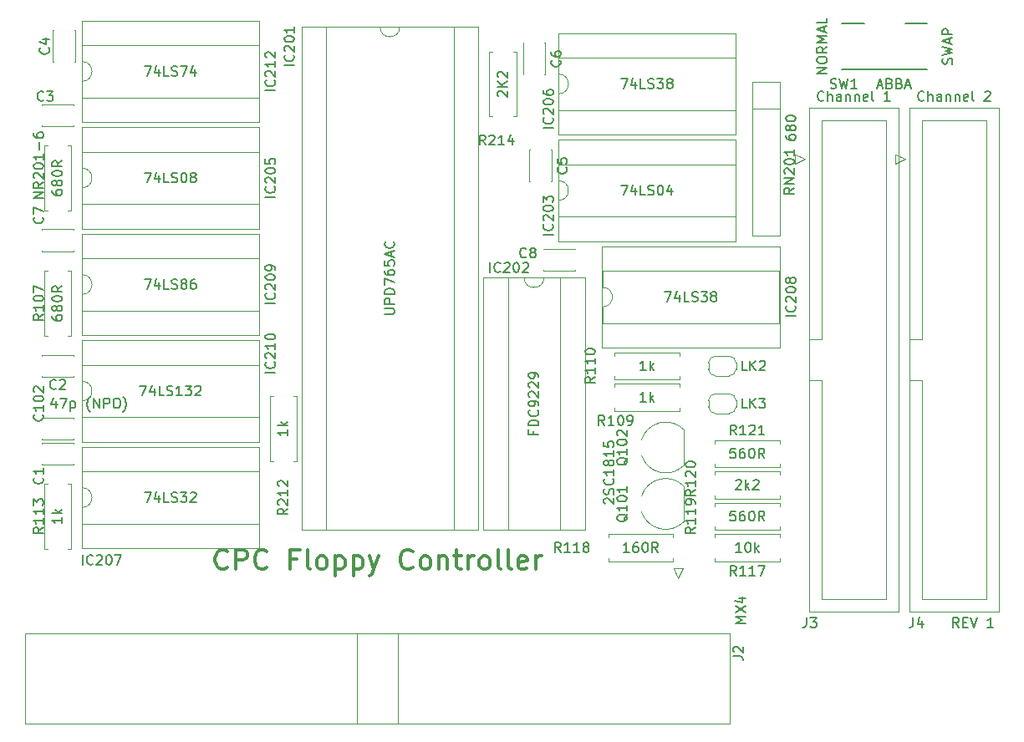
<source format=gto>
G04 #@! TF.GenerationSoftware,KiCad,Pcbnew,(5.1.12)-1*
G04 #@! TF.CreationDate,2024-01-30T17:24:50+00:00*
G04 #@! TF.ProjectId,CPC-DDI20,4350432d-4444-4493-9230-2e6b69636164,rev?*
G04 #@! TF.SameCoordinates,Original*
G04 #@! TF.FileFunction,Legend,Top*
G04 #@! TF.FilePolarity,Positive*
%FSLAX46Y46*%
G04 Gerber Fmt 4.6, Leading zero omitted, Abs format (unit mm)*
G04 Created by KiCad (PCBNEW (5.1.12)-1) date 2024-01-30 17:24:50*
%MOMM*%
%LPD*%
G01*
G04 APERTURE LIST*
%ADD10C,0.150000*%
%ADD11C,0.300000*%
%ADD12C,0.120000*%
G04 APERTURE END LIST*
D10*
X247419761Y-108465714D02*
X247467380Y-108322857D01*
X247467380Y-108084761D01*
X247419761Y-107989523D01*
X247372142Y-107941904D01*
X247276904Y-107894285D01*
X247181666Y-107894285D01*
X247086428Y-107941904D01*
X247038809Y-107989523D01*
X246991190Y-108084761D01*
X246943571Y-108275238D01*
X246895952Y-108370476D01*
X246848333Y-108418095D01*
X246753095Y-108465714D01*
X246657857Y-108465714D01*
X246562619Y-108418095D01*
X246515000Y-108370476D01*
X246467380Y-108275238D01*
X246467380Y-108037142D01*
X246515000Y-107894285D01*
X246467380Y-107560952D02*
X247467380Y-107322857D01*
X246753095Y-107132380D01*
X247467380Y-106941904D01*
X246467380Y-106703809D01*
X247181666Y-106370476D02*
X247181666Y-105894285D01*
X247467380Y-106465714D02*
X246467380Y-106132380D01*
X247467380Y-105799047D01*
X247467380Y-105465714D02*
X246467380Y-105465714D01*
X246467380Y-105084761D01*
X246515000Y-104989523D01*
X246562619Y-104941904D01*
X246657857Y-104894285D01*
X246800714Y-104894285D01*
X246895952Y-104941904D01*
X246943571Y-104989523D01*
X246991190Y-105084761D01*
X246991190Y-105465714D01*
X234767380Y-109394285D02*
X233767380Y-109394285D01*
X234767380Y-108822857D01*
X233767380Y-108822857D01*
X233767380Y-108156190D02*
X233767380Y-107965714D01*
X233815000Y-107870476D01*
X233910238Y-107775238D01*
X234100714Y-107727619D01*
X234434047Y-107727619D01*
X234624523Y-107775238D01*
X234719761Y-107870476D01*
X234767380Y-107965714D01*
X234767380Y-108156190D01*
X234719761Y-108251428D01*
X234624523Y-108346666D01*
X234434047Y-108394285D01*
X234100714Y-108394285D01*
X233910238Y-108346666D01*
X233815000Y-108251428D01*
X233767380Y-108156190D01*
X234767380Y-106727619D02*
X234291190Y-107060952D01*
X234767380Y-107299047D02*
X233767380Y-107299047D01*
X233767380Y-106918095D01*
X233815000Y-106822857D01*
X233862619Y-106775238D01*
X233957857Y-106727619D01*
X234100714Y-106727619D01*
X234195952Y-106775238D01*
X234243571Y-106822857D01*
X234291190Y-106918095D01*
X234291190Y-107299047D01*
X234767380Y-106299047D02*
X233767380Y-106299047D01*
X234481666Y-105965714D01*
X233767380Y-105632380D01*
X234767380Y-105632380D01*
X234481666Y-105203809D02*
X234481666Y-104727619D01*
X234767380Y-105299047D02*
X233767380Y-104965714D01*
X234767380Y-104632380D01*
X234767380Y-103822857D02*
X234767380Y-104299047D01*
X233767380Y-104299047D01*
X226512380Y-165115714D02*
X225512380Y-165115714D01*
X226226666Y-164782380D01*
X225512380Y-164449047D01*
X226512380Y-164449047D01*
X225512380Y-164068095D02*
X226512380Y-163401428D01*
X225512380Y-163401428D02*
X226512380Y-164068095D01*
X225845714Y-162591904D02*
X226512380Y-162591904D01*
X225464761Y-162830000D02*
X226179047Y-163068095D01*
X226179047Y-162449047D01*
X248126428Y-165552380D02*
X247793095Y-165076190D01*
X247555000Y-165552380D02*
X247555000Y-164552380D01*
X247935952Y-164552380D01*
X248031190Y-164600000D01*
X248078809Y-164647619D01*
X248126428Y-164742857D01*
X248126428Y-164885714D01*
X248078809Y-164980952D01*
X248031190Y-165028571D01*
X247935952Y-165076190D01*
X247555000Y-165076190D01*
X248555000Y-165028571D02*
X248888333Y-165028571D01*
X249031190Y-165552380D02*
X248555000Y-165552380D01*
X248555000Y-164552380D01*
X249031190Y-164552380D01*
X249316904Y-164552380D02*
X249650238Y-165552380D01*
X249983571Y-164552380D01*
X251602619Y-165552380D02*
X251031190Y-165552380D01*
X251316904Y-165552380D02*
X251316904Y-164552380D01*
X251221666Y-164695238D01*
X251126428Y-164790476D01*
X251031190Y-164838095D01*
D11*
X174039523Y-159464285D02*
X173944285Y-159559523D01*
X173658571Y-159654761D01*
X173468095Y-159654761D01*
X173182380Y-159559523D01*
X172991904Y-159369047D01*
X172896666Y-159178571D01*
X172801428Y-158797619D01*
X172801428Y-158511904D01*
X172896666Y-158130952D01*
X172991904Y-157940476D01*
X173182380Y-157750000D01*
X173468095Y-157654761D01*
X173658571Y-157654761D01*
X173944285Y-157750000D01*
X174039523Y-157845238D01*
X174896666Y-159654761D02*
X174896666Y-157654761D01*
X175658571Y-157654761D01*
X175849047Y-157750000D01*
X175944285Y-157845238D01*
X176039523Y-158035714D01*
X176039523Y-158321428D01*
X175944285Y-158511904D01*
X175849047Y-158607142D01*
X175658571Y-158702380D01*
X174896666Y-158702380D01*
X178039523Y-159464285D02*
X177944285Y-159559523D01*
X177658571Y-159654761D01*
X177468095Y-159654761D01*
X177182380Y-159559523D01*
X176991904Y-159369047D01*
X176896666Y-159178571D01*
X176801428Y-158797619D01*
X176801428Y-158511904D01*
X176896666Y-158130952D01*
X176991904Y-157940476D01*
X177182380Y-157750000D01*
X177468095Y-157654761D01*
X177658571Y-157654761D01*
X177944285Y-157750000D01*
X178039523Y-157845238D01*
X181087142Y-158607142D02*
X180420476Y-158607142D01*
X180420476Y-159654761D02*
X180420476Y-157654761D01*
X181372857Y-157654761D01*
X182420476Y-159654761D02*
X182230000Y-159559523D01*
X182134761Y-159369047D01*
X182134761Y-157654761D01*
X183468095Y-159654761D02*
X183277619Y-159559523D01*
X183182380Y-159464285D01*
X183087142Y-159273809D01*
X183087142Y-158702380D01*
X183182380Y-158511904D01*
X183277619Y-158416666D01*
X183468095Y-158321428D01*
X183753809Y-158321428D01*
X183944285Y-158416666D01*
X184039523Y-158511904D01*
X184134761Y-158702380D01*
X184134761Y-159273809D01*
X184039523Y-159464285D01*
X183944285Y-159559523D01*
X183753809Y-159654761D01*
X183468095Y-159654761D01*
X184991904Y-158321428D02*
X184991904Y-160321428D01*
X184991904Y-158416666D02*
X185182380Y-158321428D01*
X185563333Y-158321428D01*
X185753809Y-158416666D01*
X185849047Y-158511904D01*
X185944285Y-158702380D01*
X185944285Y-159273809D01*
X185849047Y-159464285D01*
X185753809Y-159559523D01*
X185563333Y-159654761D01*
X185182380Y-159654761D01*
X184991904Y-159559523D01*
X186801428Y-158321428D02*
X186801428Y-160321428D01*
X186801428Y-158416666D02*
X186991904Y-158321428D01*
X187372857Y-158321428D01*
X187563333Y-158416666D01*
X187658571Y-158511904D01*
X187753809Y-158702380D01*
X187753809Y-159273809D01*
X187658571Y-159464285D01*
X187563333Y-159559523D01*
X187372857Y-159654761D01*
X186991904Y-159654761D01*
X186801428Y-159559523D01*
X188420476Y-158321428D02*
X188896666Y-159654761D01*
X189372857Y-158321428D02*
X188896666Y-159654761D01*
X188706190Y-160130952D01*
X188610952Y-160226190D01*
X188420476Y-160321428D01*
X192801428Y-159464285D02*
X192706190Y-159559523D01*
X192420476Y-159654761D01*
X192230000Y-159654761D01*
X191944285Y-159559523D01*
X191753809Y-159369047D01*
X191658571Y-159178571D01*
X191563333Y-158797619D01*
X191563333Y-158511904D01*
X191658571Y-158130952D01*
X191753809Y-157940476D01*
X191944285Y-157750000D01*
X192230000Y-157654761D01*
X192420476Y-157654761D01*
X192706190Y-157750000D01*
X192801428Y-157845238D01*
X193944285Y-159654761D02*
X193753809Y-159559523D01*
X193658571Y-159464285D01*
X193563333Y-159273809D01*
X193563333Y-158702380D01*
X193658571Y-158511904D01*
X193753809Y-158416666D01*
X193944285Y-158321428D01*
X194230000Y-158321428D01*
X194420476Y-158416666D01*
X194515714Y-158511904D01*
X194610952Y-158702380D01*
X194610952Y-159273809D01*
X194515714Y-159464285D01*
X194420476Y-159559523D01*
X194230000Y-159654761D01*
X193944285Y-159654761D01*
X195468095Y-158321428D02*
X195468095Y-159654761D01*
X195468095Y-158511904D02*
X195563333Y-158416666D01*
X195753809Y-158321428D01*
X196039523Y-158321428D01*
X196230000Y-158416666D01*
X196325238Y-158607142D01*
X196325238Y-159654761D01*
X196991904Y-158321428D02*
X197753809Y-158321428D01*
X197277619Y-157654761D02*
X197277619Y-159369047D01*
X197372857Y-159559523D01*
X197563333Y-159654761D01*
X197753809Y-159654761D01*
X198420476Y-159654761D02*
X198420476Y-158321428D01*
X198420476Y-158702380D02*
X198515714Y-158511904D01*
X198610952Y-158416666D01*
X198801428Y-158321428D01*
X198991904Y-158321428D01*
X199944285Y-159654761D02*
X199753809Y-159559523D01*
X199658571Y-159464285D01*
X199563333Y-159273809D01*
X199563333Y-158702380D01*
X199658571Y-158511904D01*
X199753809Y-158416666D01*
X199944285Y-158321428D01*
X200230000Y-158321428D01*
X200420476Y-158416666D01*
X200515714Y-158511904D01*
X200610952Y-158702380D01*
X200610952Y-159273809D01*
X200515714Y-159464285D01*
X200420476Y-159559523D01*
X200230000Y-159654761D01*
X199944285Y-159654761D01*
X201753809Y-159654761D02*
X201563333Y-159559523D01*
X201468095Y-159369047D01*
X201468095Y-157654761D01*
X202801428Y-159654761D02*
X202610952Y-159559523D01*
X202515714Y-159369047D01*
X202515714Y-157654761D01*
X204325238Y-159559523D02*
X204134761Y-159654761D01*
X203753809Y-159654761D01*
X203563333Y-159559523D01*
X203468095Y-159369047D01*
X203468095Y-158607142D01*
X203563333Y-158416666D01*
X203753809Y-158321428D01*
X204134761Y-158321428D01*
X204325238Y-158416666D01*
X204420476Y-158607142D01*
X204420476Y-158797619D01*
X203468095Y-158988095D01*
X205277619Y-159654761D02*
X205277619Y-158321428D01*
X205277619Y-158702380D02*
X205372857Y-158511904D01*
X205468095Y-158416666D01*
X205658571Y-158321428D01*
X205849047Y-158321428D01*
D12*
X207585000Y-122285000D02*
X207585000Y-123935000D01*
X207585000Y-123935000D02*
X225485000Y-123935000D01*
X225485000Y-123935000D02*
X225485000Y-118635000D01*
X225485000Y-118635000D02*
X207585000Y-118635000D01*
X207585000Y-118635000D02*
X207585000Y-120285000D01*
X207525000Y-126425000D02*
X225545000Y-126425000D01*
X225545000Y-126425000D02*
X225545000Y-116145000D01*
X225545000Y-116145000D02*
X207525000Y-116145000D01*
X207525000Y-116145000D02*
X207525000Y-126425000D01*
X207585000Y-120285000D02*
G75*
G02*
X207585000Y-122285000I0J-1000000D01*
G01*
X159325000Y-131810000D02*
X159325000Y-133460000D01*
X159325000Y-133460000D02*
X177225000Y-133460000D01*
X177225000Y-133460000D02*
X177225000Y-128160000D01*
X177225000Y-128160000D02*
X159325000Y-128160000D01*
X159325000Y-128160000D02*
X159325000Y-129810000D01*
X159265000Y-135950000D02*
X177285000Y-135950000D01*
X177285000Y-135950000D02*
X177285000Y-125670000D01*
X177285000Y-125670000D02*
X159265000Y-125670000D01*
X159265000Y-125670000D02*
X159265000Y-135950000D01*
X159325000Y-129810000D02*
G75*
G02*
X159325000Y-131810000I0J-1000000D01*
G01*
D10*
X244870000Y-108980000D02*
X236270000Y-108980000D01*
X244870000Y-104380000D02*
X242670000Y-104380000D01*
X238570000Y-104380000D02*
X236270000Y-104380000D01*
D12*
X158485000Y-146535000D02*
X155245000Y-146535000D01*
X158485000Y-144295000D02*
X155245000Y-144295000D01*
X158485000Y-146535000D02*
X158485000Y-146470000D01*
X158485000Y-144360000D02*
X158485000Y-144295000D01*
X155245000Y-146535000D02*
X155245000Y-146470000D01*
X155245000Y-144360000D02*
X155245000Y-144295000D01*
X230000000Y-113030000D02*
X227200000Y-113030000D01*
X230000000Y-125900000D02*
X230000000Y-110320000D01*
X227200000Y-125900000D02*
X230000000Y-125900000D01*
X227200000Y-110320000D02*
X227200000Y-125900000D01*
X230000000Y-110320000D02*
X227200000Y-110320000D01*
X159325000Y-142605000D02*
X159325000Y-144255000D01*
X159325000Y-144255000D02*
X177225000Y-144255000D01*
X177225000Y-144255000D02*
X177225000Y-138955000D01*
X177225000Y-138955000D02*
X159325000Y-138955000D01*
X159325000Y-138955000D02*
X159325000Y-140605000D01*
X159265000Y-146745000D02*
X177285000Y-146745000D01*
X177285000Y-146745000D02*
X177285000Y-136465000D01*
X177285000Y-136465000D02*
X159265000Y-136465000D01*
X159265000Y-136465000D02*
X159265000Y-146745000D01*
X159325000Y-140605000D02*
G75*
G02*
X159325000Y-142605000I0J-1000000D01*
G01*
X191280000Y-166195000D02*
X191280000Y-175315000D01*
X187180000Y-166195000D02*
X187180000Y-175315000D01*
X224920000Y-166195000D02*
X224920000Y-175315000D01*
X224920000Y-175315000D02*
X153540000Y-175315000D01*
X153540000Y-175315000D02*
X153540000Y-166195000D01*
X153540000Y-166195000D02*
X224920000Y-166195000D01*
X219710000Y-160575000D02*
X220210000Y-159575000D01*
X220210000Y-159575000D02*
X219210000Y-159575000D01*
X219210000Y-159575000D02*
X219710000Y-160575000D01*
X220290000Y-149120000D02*
X220290000Y-145520000D01*
X220267684Y-145511555D02*
G75*
G03*
X215990000Y-146540000I-1827684J-1808445D01*
G01*
X220281741Y-149131875D02*
G75*
G02*
X215990000Y-148140000I-1841741J1811875D01*
G01*
X220290000Y-154835000D02*
X220290000Y-151235000D01*
X220267684Y-151226555D02*
G75*
G03*
X215990000Y-152255000I-1827684J-1808445D01*
G01*
X220281741Y-154846875D02*
G75*
G02*
X215990000Y-153855000I-1841741J1811875D01*
G01*
X243090000Y-112900000D02*
X252210000Y-112900000D01*
X252210000Y-112900000D02*
X252210000Y-163960000D01*
X252210000Y-163960000D02*
X243090000Y-163960000D01*
X243090000Y-163960000D02*
X243090000Y-112900000D01*
X243090000Y-136380000D02*
X244400000Y-136380000D01*
X244400000Y-136380000D02*
X244400000Y-114200000D01*
X244400000Y-114200000D02*
X250900000Y-114200000D01*
X250900000Y-114200000D02*
X250900000Y-162660000D01*
X250900000Y-162660000D02*
X244400000Y-162660000D01*
X244400000Y-162660000D02*
X244400000Y-140480000D01*
X244400000Y-140480000D02*
X244400000Y-140480000D01*
X244400000Y-140480000D02*
X243090000Y-140480000D01*
X242700000Y-118110000D02*
X241700000Y-117610000D01*
X241700000Y-117610000D02*
X241700000Y-118610000D01*
X241700000Y-118610000D02*
X242700000Y-118110000D01*
X232930000Y-112900000D02*
X242050000Y-112900000D01*
X242050000Y-112900000D02*
X242050000Y-163960000D01*
X242050000Y-163960000D02*
X232930000Y-163960000D01*
X232930000Y-163960000D02*
X232930000Y-112900000D01*
X232930000Y-136380000D02*
X234240000Y-136380000D01*
X234240000Y-136380000D02*
X234240000Y-114200000D01*
X234240000Y-114200000D02*
X240740000Y-114200000D01*
X240740000Y-114200000D02*
X240740000Y-162660000D01*
X240740000Y-162660000D02*
X234240000Y-162660000D01*
X234240000Y-162660000D02*
X234240000Y-140480000D01*
X234240000Y-140480000D02*
X234240000Y-140480000D01*
X234240000Y-140480000D02*
X232930000Y-140480000D01*
X232540000Y-118110000D02*
X231540000Y-117610000D01*
X231540000Y-117610000D02*
X231540000Y-118610000D01*
X231540000Y-118610000D02*
X232540000Y-118110000D01*
X155805000Y-123285000D02*
X155475000Y-123285000D01*
X155475000Y-123285000D02*
X155475000Y-116745000D01*
X155475000Y-116745000D02*
X155805000Y-116745000D01*
X157885000Y-123285000D02*
X158215000Y-123285000D01*
X158215000Y-123285000D02*
X158215000Y-116745000D01*
X158215000Y-116745000D02*
X157885000Y-116745000D01*
X209245000Y-129430000D02*
X206005000Y-129430000D01*
X209245000Y-127190000D02*
X206005000Y-127190000D01*
X209245000Y-129430000D02*
X209245000Y-129365000D01*
X209245000Y-127255000D02*
X209245000Y-127190000D01*
X206005000Y-129430000D02*
X206005000Y-129365000D01*
X206005000Y-127255000D02*
X206005000Y-127190000D01*
X158445000Y-127445000D02*
X155205000Y-127445000D01*
X158445000Y-125205000D02*
X155205000Y-125205000D01*
X158445000Y-127445000D02*
X158445000Y-127380000D01*
X158445000Y-125270000D02*
X158445000Y-125205000D01*
X155205000Y-127445000D02*
X155205000Y-127380000D01*
X155205000Y-125270000D02*
X155205000Y-125205000D01*
X206225000Y-106310000D02*
X206225000Y-109550000D01*
X203985000Y-106310000D02*
X203985000Y-109550000D01*
X206225000Y-106310000D02*
X206160000Y-106310000D01*
X204050000Y-106310000D02*
X203985000Y-106310000D01*
X206225000Y-109550000D02*
X206160000Y-109550000D01*
X204050000Y-109550000D02*
X203985000Y-109550000D01*
X206860000Y-117145000D02*
X206860000Y-120385000D01*
X204620000Y-117145000D02*
X204620000Y-120385000D01*
X206860000Y-117145000D02*
X206795000Y-117145000D01*
X204685000Y-117145000D02*
X204620000Y-117145000D01*
X206860000Y-120385000D02*
X206795000Y-120385000D01*
X204685000Y-120385000D02*
X204620000Y-120385000D01*
X159325000Y-121015000D02*
X159325000Y-122665000D01*
X159325000Y-122665000D02*
X177225000Y-122665000D01*
X177225000Y-122665000D02*
X177225000Y-117365000D01*
X177225000Y-117365000D02*
X159325000Y-117365000D01*
X159325000Y-117365000D02*
X159325000Y-119015000D01*
X159265000Y-125155000D02*
X177285000Y-125155000D01*
X177285000Y-125155000D02*
X177285000Y-114875000D01*
X177285000Y-114875000D02*
X159265000Y-114875000D01*
X159265000Y-114875000D02*
X159265000Y-125155000D01*
X159325000Y-119015000D02*
G75*
G02*
X159325000Y-121015000I0J-1000000D01*
G01*
X159325000Y-110220000D02*
X159325000Y-111870000D01*
X159325000Y-111870000D02*
X177225000Y-111870000D01*
X177225000Y-111870000D02*
X177225000Y-106570000D01*
X177225000Y-106570000D02*
X159325000Y-106570000D01*
X159325000Y-106570000D02*
X159325000Y-108220000D01*
X159265000Y-114360000D02*
X177285000Y-114360000D01*
X177285000Y-114360000D02*
X177285000Y-104080000D01*
X177285000Y-104080000D02*
X159265000Y-104080000D01*
X159265000Y-104080000D02*
X159265000Y-114360000D01*
X159325000Y-108220000D02*
G75*
G02*
X159325000Y-110220000I0J-1000000D01*
G01*
X202970000Y-107220000D02*
X203300000Y-107220000D01*
X203300000Y-107220000D02*
X203300000Y-113760000D01*
X203300000Y-113760000D02*
X202970000Y-113760000D01*
X200890000Y-107220000D02*
X200560000Y-107220000D01*
X200560000Y-107220000D02*
X200560000Y-113760000D01*
X200560000Y-113760000D02*
X200890000Y-113760000D01*
X180745000Y-142145000D02*
X181075000Y-142145000D01*
X181075000Y-142145000D02*
X181075000Y-148685000D01*
X181075000Y-148685000D02*
X180745000Y-148685000D01*
X178665000Y-142145000D02*
X178335000Y-142145000D01*
X178335000Y-142145000D02*
X178335000Y-148685000D01*
X178335000Y-148685000D02*
X178665000Y-148685000D01*
X223425000Y-146915000D02*
X223425000Y-146585000D01*
X223425000Y-146585000D02*
X229965000Y-146585000D01*
X229965000Y-146585000D02*
X229965000Y-146915000D01*
X223425000Y-148995000D02*
X223425000Y-149325000D01*
X223425000Y-149325000D02*
X229965000Y-149325000D01*
X229965000Y-149325000D02*
X229965000Y-148995000D01*
X229965000Y-152170000D02*
X229965000Y-152500000D01*
X229965000Y-152500000D02*
X223425000Y-152500000D01*
X223425000Y-152500000D02*
X223425000Y-152170000D01*
X229965000Y-150090000D02*
X229965000Y-149760000D01*
X229965000Y-149760000D02*
X223425000Y-149760000D01*
X223425000Y-149760000D02*
X223425000Y-150090000D01*
X229965000Y-155345000D02*
X229965000Y-155675000D01*
X229965000Y-155675000D02*
X223425000Y-155675000D01*
X223425000Y-155675000D02*
X223425000Y-155345000D01*
X229965000Y-153265000D02*
X229965000Y-152935000D01*
X229965000Y-152935000D02*
X223425000Y-152935000D01*
X223425000Y-152935000D02*
X223425000Y-153265000D01*
X212630000Y-156440000D02*
X212630000Y-156110000D01*
X212630000Y-156110000D02*
X219170000Y-156110000D01*
X219170000Y-156110000D02*
X219170000Y-156440000D01*
X212630000Y-158520000D02*
X212630000Y-158850000D01*
X212630000Y-158850000D02*
X219170000Y-158850000D01*
X219170000Y-158850000D02*
X219170000Y-158520000D01*
X229965000Y-158520000D02*
X229965000Y-158850000D01*
X229965000Y-158850000D02*
X223425000Y-158850000D01*
X223425000Y-158850000D02*
X223425000Y-158520000D01*
X229965000Y-156440000D02*
X229965000Y-156110000D01*
X229965000Y-156110000D02*
X223425000Y-156110000D01*
X223425000Y-156110000D02*
X223425000Y-156440000D01*
X157885000Y-151035000D02*
X158215000Y-151035000D01*
X158215000Y-151035000D02*
X158215000Y-157575000D01*
X158215000Y-157575000D02*
X157885000Y-157575000D01*
X155805000Y-151035000D02*
X155475000Y-151035000D01*
X155475000Y-151035000D02*
X155475000Y-157575000D01*
X155475000Y-157575000D02*
X155805000Y-157575000D01*
X219805000Y-140105000D02*
X219805000Y-140435000D01*
X219805000Y-140435000D02*
X213265000Y-140435000D01*
X213265000Y-140435000D02*
X213265000Y-140105000D01*
X219805000Y-138025000D02*
X219805000Y-137695000D01*
X219805000Y-137695000D02*
X213265000Y-137695000D01*
X213265000Y-137695000D02*
X213265000Y-138025000D01*
X219805000Y-143280000D02*
X219805000Y-143610000D01*
X219805000Y-143610000D02*
X213265000Y-143610000D01*
X213265000Y-143610000D02*
X213265000Y-143280000D01*
X219805000Y-141200000D02*
X219805000Y-140870000D01*
X219805000Y-140870000D02*
X213265000Y-140870000D01*
X213265000Y-140870000D02*
X213265000Y-141200000D01*
X155805000Y-135985000D02*
X155475000Y-135985000D01*
X155475000Y-135985000D02*
X155475000Y-129445000D01*
X155475000Y-129445000D02*
X155805000Y-129445000D01*
X157885000Y-135985000D02*
X158215000Y-135985000D01*
X158215000Y-135985000D02*
X158215000Y-129445000D01*
X158215000Y-129445000D02*
X157885000Y-129445000D01*
X222770000Y-143175000D02*
X222770000Y-142575000D01*
X224870000Y-143875000D02*
X223470000Y-143875000D01*
X225570000Y-142575000D02*
X225570000Y-143175000D01*
X223470000Y-141875000D02*
X224870000Y-141875000D01*
X222770000Y-142575000D02*
G75*
G02*
X223470000Y-141875000I700000J0D01*
G01*
X223470000Y-143875000D02*
G75*
G02*
X222770000Y-143175000I0J700000D01*
G01*
X225570000Y-143175000D02*
G75*
G02*
X224870000Y-143875000I-700000J0D01*
G01*
X224870000Y-141875000D02*
G75*
G02*
X225570000Y-142575000I0J-700000D01*
G01*
X222770000Y-139365000D02*
X222770000Y-138765000D01*
X224870000Y-140065000D02*
X223470000Y-140065000D01*
X225570000Y-138765000D02*
X225570000Y-139365000D01*
X223470000Y-138065000D02*
X224870000Y-138065000D01*
X222770000Y-138765000D02*
G75*
G02*
X223470000Y-138065000I700000J0D01*
G01*
X223470000Y-140065000D02*
G75*
G02*
X222770000Y-139365000I0J700000D01*
G01*
X225570000Y-139365000D02*
G75*
G02*
X224870000Y-140065000I-700000J0D01*
G01*
X224870000Y-138065000D02*
G75*
G02*
X225570000Y-138765000I0J-700000D01*
G01*
X212030000Y-133080000D02*
X212030000Y-134730000D01*
X212030000Y-134730000D02*
X229930000Y-134730000D01*
X229930000Y-134730000D02*
X229930000Y-129430000D01*
X229930000Y-129430000D02*
X212030000Y-129430000D01*
X212030000Y-129430000D02*
X212030000Y-131080000D01*
X211970000Y-137220000D02*
X229990000Y-137220000D01*
X229990000Y-137220000D02*
X229990000Y-126940000D01*
X229990000Y-126940000D02*
X211970000Y-126940000D01*
X211970000Y-126940000D02*
X211970000Y-137220000D01*
X212030000Y-131080000D02*
G75*
G02*
X212030000Y-133080000I0J-1000000D01*
G01*
X159325000Y-153400000D02*
X159325000Y-155050000D01*
X159325000Y-155050000D02*
X177225000Y-155050000D01*
X177225000Y-155050000D02*
X177225000Y-149750000D01*
X177225000Y-149750000D02*
X159325000Y-149750000D01*
X159325000Y-149750000D02*
X159325000Y-151400000D01*
X159265000Y-157540000D02*
X177285000Y-157540000D01*
X177285000Y-157540000D02*
X177285000Y-147260000D01*
X177285000Y-147260000D02*
X159265000Y-147260000D01*
X159265000Y-147260000D02*
X159265000Y-157540000D01*
X159325000Y-151400000D02*
G75*
G02*
X159325000Y-153400000I0J-1000000D01*
G01*
X207585000Y-111490000D02*
X207585000Y-113140000D01*
X207585000Y-113140000D02*
X225485000Y-113140000D01*
X225485000Y-113140000D02*
X225485000Y-107840000D01*
X225485000Y-107840000D02*
X207585000Y-107840000D01*
X207585000Y-107840000D02*
X207585000Y-109490000D01*
X207525000Y-115630000D02*
X225545000Y-115630000D01*
X225545000Y-115630000D02*
X225545000Y-105350000D01*
X225545000Y-105350000D02*
X207525000Y-105350000D01*
X207525000Y-105350000D02*
X207525000Y-115630000D01*
X207585000Y-109490000D02*
G75*
G02*
X207585000Y-111490000I0J-1000000D01*
G01*
X204105000Y-130115000D02*
X202455000Y-130115000D01*
X202455000Y-130115000D02*
X202455000Y-155635000D01*
X202455000Y-155635000D02*
X207755000Y-155635000D01*
X207755000Y-155635000D02*
X207755000Y-130115000D01*
X207755000Y-130115000D02*
X206105000Y-130115000D01*
X199965000Y-130055000D02*
X199965000Y-155695000D01*
X199965000Y-155695000D02*
X210245000Y-155695000D01*
X210245000Y-155695000D02*
X210245000Y-130055000D01*
X210245000Y-130055000D02*
X199965000Y-130055000D01*
X206105000Y-130115000D02*
G75*
G02*
X204105000Y-130115000I-1000000J0D01*
G01*
X189500000Y-104715000D02*
X184040000Y-104715000D01*
X184040000Y-104715000D02*
X184040000Y-155635000D01*
X184040000Y-155635000D02*
X196960000Y-155635000D01*
X196960000Y-155635000D02*
X196960000Y-104715000D01*
X196960000Y-104715000D02*
X191500000Y-104715000D01*
X181550000Y-104655000D02*
X181550000Y-155695000D01*
X181550000Y-155695000D02*
X199450000Y-155695000D01*
X199450000Y-155695000D02*
X199450000Y-104655000D01*
X199450000Y-104655000D02*
X181550000Y-104655000D01*
X191500000Y-104715000D02*
G75*
G02*
X189500000Y-104715000I-1000000J0D01*
G01*
X158600000Y-105040000D02*
X158600000Y-108280000D01*
X156360000Y-105040000D02*
X156360000Y-108280000D01*
X158600000Y-105040000D02*
X158535000Y-105040000D01*
X156425000Y-105040000D02*
X156360000Y-105040000D01*
X158600000Y-108280000D02*
X158535000Y-108280000D01*
X156425000Y-108280000D02*
X156360000Y-108280000D01*
X158445000Y-114785000D02*
X155205000Y-114785000D01*
X158445000Y-112545000D02*
X155205000Y-112545000D01*
X158445000Y-114785000D02*
X158445000Y-114720000D01*
X158445000Y-112610000D02*
X158445000Y-112545000D01*
X155205000Y-114785000D02*
X155205000Y-114720000D01*
X155205000Y-112610000D02*
X155205000Y-112545000D01*
X158485000Y-140185000D02*
X155245000Y-140185000D01*
X158485000Y-137945000D02*
X155245000Y-137945000D01*
X158485000Y-140185000D02*
X158485000Y-140120000D01*
X158485000Y-138010000D02*
X158485000Y-137945000D01*
X155245000Y-140185000D02*
X155245000Y-140120000D01*
X155245000Y-138010000D02*
X155245000Y-137945000D01*
X158485000Y-149075000D02*
X155245000Y-149075000D01*
X158485000Y-146835000D02*
X155245000Y-146835000D01*
X158485000Y-149075000D02*
X158485000Y-149010000D01*
X158485000Y-146900000D02*
X158485000Y-146835000D01*
X155245000Y-149075000D02*
X155245000Y-149010000D01*
X155245000Y-146900000D02*
X155245000Y-146835000D01*
D10*
X207037380Y-125753571D02*
X206037380Y-125753571D01*
X206942142Y-124705952D02*
X206989761Y-124753571D01*
X207037380Y-124896428D01*
X207037380Y-124991666D01*
X206989761Y-125134523D01*
X206894523Y-125229761D01*
X206799285Y-125277380D01*
X206608809Y-125325000D01*
X206465952Y-125325000D01*
X206275476Y-125277380D01*
X206180238Y-125229761D01*
X206085000Y-125134523D01*
X206037380Y-124991666D01*
X206037380Y-124896428D01*
X206085000Y-124753571D01*
X206132619Y-124705952D01*
X206132619Y-124325000D02*
X206085000Y-124277380D01*
X206037380Y-124182142D01*
X206037380Y-123944047D01*
X206085000Y-123848809D01*
X206132619Y-123801190D01*
X206227857Y-123753571D01*
X206323095Y-123753571D01*
X206465952Y-123801190D01*
X207037380Y-124372619D01*
X207037380Y-123753571D01*
X206037380Y-123134523D02*
X206037380Y-123039285D01*
X206085000Y-122944047D01*
X206132619Y-122896428D01*
X206227857Y-122848809D01*
X206418333Y-122801190D01*
X206656428Y-122801190D01*
X206846904Y-122848809D01*
X206942142Y-122896428D01*
X206989761Y-122944047D01*
X207037380Y-123039285D01*
X207037380Y-123134523D01*
X206989761Y-123229761D01*
X206942142Y-123277380D01*
X206846904Y-123325000D01*
X206656428Y-123372619D01*
X206418333Y-123372619D01*
X206227857Y-123325000D01*
X206132619Y-123277380D01*
X206085000Y-123229761D01*
X206037380Y-123134523D01*
X206037380Y-122467857D02*
X206037380Y-121848809D01*
X206418333Y-122182142D01*
X206418333Y-122039285D01*
X206465952Y-121944047D01*
X206513571Y-121896428D01*
X206608809Y-121848809D01*
X206846904Y-121848809D01*
X206942142Y-121896428D01*
X206989761Y-121944047D01*
X207037380Y-122039285D01*
X207037380Y-122325000D01*
X206989761Y-122420238D01*
X206942142Y-122467857D01*
X213892142Y-120737380D02*
X214558809Y-120737380D01*
X214130238Y-121737380D01*
X215368333Y-121070714D02*
X215368333Y-121737380D01*
X215130238Y-120689761D02*
X214892142Y-121404047D01*
X215511190Y-121404047D01*
X216368333Y-121737380D02*
X215892142Y-121737380D01*
X215892142Y-120737380D01*
X216654047Y-121689761D02*
X216796904Y-121737380D01*
X217035000Y-121737380D01*
X217130238Y-121689761D01*
X217177857Y-121642142D01*
X217225476Y-121546904D01*
X217225476Y-121451666D01*
X217177857Y-121356428D01*
X217130238Y-121308809D01*
X217035000Y-121261190D01*
X216844523Y-121213571D01*
X216749285Y-121165952D01*
X216701666Y-121118333D01*
X216654047Y-121023095D01*
X216654047Y-120927857D01*
X216701666Y-120832619D01*
X216749285Y-120785000D01*
X216844523Y-120737380D01*
X217082619Y-120737380D01*
X217225476Y-120785000D01*
X217844523Y-120737380D02*
X217939761Y-120737380D01*
X218035000Y-120785000D01*
X218082619Y-120832619D01*
X218130238Y-120927857D01*
X218177857Y-121118333D01*
X218177857Y-121356428D01*
X218130238Y-121546904D01*
X218082619Y-121642142D01*
X218035000Y-121689761D01*
X217939761Y-121737380D01*
X217844523Y-121737380D01*
X217749285Y-121689761D01*
X217701666Y-121642142D01*
X217654047Y-121546904D01*
X217606428Y-121356428D01*
X217606428Y-121118333D01*
X217654047Y-120927857D01*
X217701666Y-120832619D01*
X217749285Y-120785000D01*
X217844523Y-120737380D01*
X219035000Y-121070714D02*
X219035000Y-121737380D01*
X218796904Y-120689761D02*
X218558809Y-121404047D01*
X219177857Y-121404047D01*
X178887380Y-132738571D02*
X177887380Y-132738571D01*
X178792142Y-131690952D02*
X178839761Y-131738571D01*
X178887380Y-131881428D01*
X178887380Y-131976666D01*
X178839761Y-132119523D01*
X178744523Y-132214761D01*
X178649285Y-132262380D01*
X178458809Y-132310000D01*
X178315952Y-132310000D01*
X178125476Y-132262380D01*
X178030238Y-132214761D01*
X177935000Y-132119523D01*
X177887380Y-131976666D01*
X177887380Y-131881428D01*
X177935000Y-131738571D01*
X177982619Y-131690952D01*
X177982619Y-131310000D02*
X177935000Y-131262380D01*
X177887380Y-131167142D01*
X177887380Y-130929047D01*
X177935000Y-130833809D01*
X177982619Y-130786190D01*
X178077857Y-130738571D01*
X178173095Y-130738571D01*
X178315952Y-130786190D01*
X178887380Y-131357619D01*
X178887380Y-130738571D01*
X177887380Y-130119523D02*
X177887380Y-130024285D01*
X177935000Y-129929047D01*
X177982619Y-129881428D01*
X178077857Y-129833809D01*
X178268333Y-129786190D01*
X178506428Y-129786190D01*
X178696904Y-129833809D01*
X178792142Y-129881428D01*
X178839761Y-129929047D01*
X178887380Y-130024285D01*
X178887380Y-130119523D01*
X178839761Y-130214761D01*
X178792142Y-130262380D01*
X178696904Y-130310000D01*
X178506428Y-130357619D01*
X178268333Y-130357619D01*
X178077857Y-130310000D01*
X177982619Y-130262380D01*
X177935000Y-130214761D01*
X177887380Y-130119523D01*
X178887380Y-129310000D02*
X178887380Y-129119523D01*
X178839761Y-129024285D01*
X178792142Y-128976666D01*
X178649285Y-128881428D01*
X178458809Y-128833809D01*
X178077857Y-128833809D01*
X177982619Y-128881428D01*
X177935000Y-128929047D01*
X177887380Y-129024285D01*
X177887380Y-129214761D01*
X177935000Y-129310000D01*
X177982619Y-129357619D01*
X178077857Y-129405238D01*
X178315952Y-129405238D01*
X178411190Y-129357619D01*
X178458809Y-129310000D01*
X178506428Y-129214761D01*
X178506428Y-129024285D01*
X178458809Y-128929047D01*
X178411190Y-128881428D01*
X178315952Y-128833809D01*
X165632142Y-130262380D02*
X166298809Y-130262380D01*
X165870238Y-131262380D01*
X167108333Y-130595714D02*
X167108333Y-131262380D01*
X166870238Y-130214761D02*
X166632142Y-130929047D01*
X167251190Y-130929047D01*
X168108333Y-131262380D02*
X167632142Y-131262380D01*
X167632142Y-130262380D01*
X168394047Y-131214761D02*
X168536904Y-131262380D01*
X168775000Y-131262380D01*
X168870238Y-131214761D01*
X168917857Y-131167142D01*
X168965476Y-131071904D01*
X168965476Y-130976666D01*
X168917857Y-130881428D01*
X168870238Y-130833809D01*
X168775000Y-130786190D01*
X168584523Y-130738571D01*
X168489285Y-130690952D01*
X168441666Y-130643333D01*
X168394047Y-130548095D01*
X168394047Y-130452857D01*
X168441666Y-130357619D01*
X168489285Y-130310000D01*
X168584523Y-130262380D01*
X168822619Y-130262380D01*
X168965476Y-130310000D01*
X169536904Y-130690952D02*
X169441666Y-130643333D01*
X169394047Y-130595714D01*
X169346428Y-130500476D01*
X169346428Y-130452857D01*
X169394047Y-130357619D01*
X169441666Y-130310000D01*
X169536904Y-130262380D01*
X169727380Y-130262380D01*
X169822619Y-130310000D01*
X169870238Y-130357619D01*
X169917857Y-130452857D01*
X169917857Y-130500476D01*
X169870238Y-130595714D01*
X169822619Y-130643333D01*
X169727380Y-130690952D01*
X169536904Y-130690952D01*
X169441666Y-130738571D01*
X169394047Y-130786190D01*
X169346428Y-130881428D01*
X169346428Y-131071904D01*
X169394047Y-131167142D01*
X169441666Y-131214761D01*
X169536904Y-131262380D01*
X169727380Y-131262380D01*
X169822619Y-131214761D01*
X169870238Y-131167142D01*
X169917857Y-131071904D01*
X169917857Y-130881428D01*
X169870238Y-130786190D01*
X169822619Y-130738571D01*
X169727380Y-130690952D01*
X170775000Y-130262380D02*
X170584523Y-130262380D01*
X170489285Y-130310000D01*
X170441666Y-130357619D01*
X170346428Y-130500476D01*
X170298809Y-130690952D01*
X170298809Y-131071904D01*
X170346428Y-131167142D01*
X170394047Y-131214761D01*
X170489285Y-131262380D01*
X170679761Y-131262380D01*
X170775000Y-131214761D01*
X170822619Y-131167142D01*
X170870238Y-131071904D01*
X170870238Y-130833809D01*
X170822619Y-130738571D01*
X170775000Y-130690952D01*
X170679761Y-130643333D01*
X170489285Y-130643333D01*
X170394047Y-130690952D01*
X170346428Y-130738571D01*
X170298809Y-130833809D01*
X235136666Y-110894761D02*
X235279523Y-110942380D01*
X235517619Y-110942380D01*
X235612857Y-110894761D01*
X235660476Y-110847142D01*
X235708095Y-110751904D01*
X235708095Y-110656666D01*
X235660476Y-110561428D01*
X235612857Y-110513809D01*
X235517619Y-110466190D01*
X235327142Y-110418571D01*
X235231904Y-110370952D01*
X235184285Y-110323333D01*
X235136666Y-110228095D01*
X235136666Y-110132857D01*
X235184285Y-110037619D01*
X235231904Y-109990000D01*
X235327142Y-109942380D01*
X235565238Y-109942380D01*
X235708095Y-109990000D01*
X236041428Y-109942380D02*
X236279523Y-110942380D01*
X236470000Y-110228095D01*
X236660476Y-110942380D01*
X236898571Y-109942380D01*
X237803333Y-110942380D02*
X237231904Y-110942380D01*
X237517619Y-110942380D02*
X237517619Y-109942380D01*
X237422380Y-110085238D01*
X237327142Y-110180476D01*
X237231904Y-110228095D01*
X239883333Y-110656666D02*
X240359523Y-110656666D01*
X239788095Y-110942380D02*
X240121428Y-109942380D01*
X240454761Y-110942380D01*
X241121428Y-110418571D02*
X241264285Y-110466190D01*
X241311904Y-110513809D01*
X241359523Y-110609047D01*
X241359523Y-110751904D01*
X241311904Y-110847142D01*
X241264285Y-110894761D01*
X241169047Y-110942380D01*
X240788095Y-110942380D01*
X240788095Y-109942380D01*
X241121428Y-109942380D01*
X241216666Y-109990000D01*
X241264285Y-110037619D01*
X241311904Y-110132857D01*
X241311904Y-110228095D01*
X241264285Y-110323333D01*
X241216666Y-110370952D01*
X241121428Y-110418571D01*
X240788095Y-110418571D01*
X242121428Y-110418571D02*
X242264285Y-110466190D01*
X242311904Y-110513809D01*
X242359523Y-110609047D01*
X242359523Y-110751904D01*
X242311904Y-110847142D01*
X242264285Y-110894761D01*
X242169047Y-110942380D01*
X241788095Y-110942380D01*
X241788095Y-109942380D01*
X242121428Y-109942380D01*
X242216666Y-109990000D01*
X242264285Y-110037619D01*
X242311904Y-110132857D01*
X242311904Y-110228095D01*
X242264285Y-110323333D01*
X242216666Y-110370952D01*
X242121428Y-110418571D01*
X241788095Y-110418571D01*
X242740476Y-110656666D02*
X243216666Y-110656666D01*
X242645238Y-110942380D02*
X242978571Y-109942380D01*
X243311904Y-110942380D01*
X155297142Y-143994047D02*
X155344761Y-144041666D01*
X155392380Y-144184523D01*
X155392380Y-144279761D01*
X155344761Y-144422619D01*
X155249523Y-144517857D01*
X155154285Y-144565476D01*
X154963809Y-144613095D01*
X154820952Y-144613095D01*
X154630476Y-144565476D01*
X154535238Y-144517857D01*
X154440000Y-144422619D01*
X154392380Y-144279761D01*
X154392380Y-144184523D01*
X154440000Y-144041666D01*
X154487619Y-143994047D01*
X155392380Y-143041666D02*
X155392380Y-143613095D01*
X155392380Y-143327380D02*
X154392380Y-143327380D01*
X154535238Y-143422619D01*
X154630476Y-143517857D01*
X154678095Y-143613095D01*
X154392380Y-142422619D02*
X154392380Y-142327380D01*
X154440000Y-142232142D01*
X154487619Y-142184523D01*
X154582857Y-142136904D01*
X154773333Y-142089285D01*
X155011428Y-142089285D01*
X155201904Y-142136904D01*
X155297142Y-142184523D01*
X155344761Y-142232142D01*
X155392380Y-142327380D01*
X155392380Y-142422619D01*
X155344761Y-142517857D01*
X155297142Y-142565476D01*
X155201904Y-142613095D01*
X155011428Y-142660714D01*
X154773333Y-142660714D01*
X154582857Y-142613095D01*
X154487619Y-142565476D01*
X154440000Y-142517857D01*
X154392380Y-142422619D01*
X154487619Y-141708333D02*
X154440000Y-141660714D01*
X154392380Y-141565476D01*
X154392380Y-141327380D01*
X154440000Y-141232142D01*
X154487619Y-141184523D01*
X154582857Y-141136904D01*
X154678095Y-141136904D01*
X154820952Y-141184523D01*
X155392380Y-141755952D01*
X155392380Y-141136904D01*
X156686666Y-142660714D02*
X156686666Y-143327380D01*
X156448571Y-142279761D02*
X156210476Y-142994047D01*
X156829523Y-142994047D01*
X157115238Y-142327380D02*
X157781904Y-142327380D01*
X157353333Y-143327380D01*
X158162857Y-142660714D02*
X158162857Y-143660714D01*
X158162857Y-142708333D02*
X158258095Y-142660714D01*
X158448571Y-142660714D01*
X158543809Y-142708333D01*
X158591428Y-142755952D01*
X158639047Y-142851190D01*
X158639047Y-143136904D01*
X158591428Y-143232142D01*
X158543809Y-143279761D01*
X158448571Y-143327380D01*
X158258095Y-143327380D01*
X158162857Y-143279761D01*
X160115238Y-143708333D02*
X160067619Y-143660714D01*
X159972380Y-143517857D01*
X159924761Y-143422619D01*
X159877142Y-143279761D01*
X159829523Y-143041666D01*
X159829523Y-142851190D01*
X159877142Y-142613095D01*
X159924761Y-142470238D01*
X159972380Y-142375000D01*
X160067619Y-142232142D01*
X160115238Y-142184523D01*
X160496190Y-143327380D02*
X160496190Y-142327380D01*
X161067619Y-143327380D01*
X161067619Y-142327380D01*
X161543809Y-143327380D02*
X161543809Y-142327380D01*
X161924761Y-142327380D01*
X162020000Y-142375000D01*
X162067619Y-142422619D01*
X162115238Y-142517857D01*
X162115238Y-142660714D01*
X162067619Y-142755952D01*
X162020000Y-142803571D01*
X161924761Y-142851190D01*
X161543809Y-142851190D01*
X162734285Y-142327380D02*
X162924761Y-142327380D01*
X163020000Y-142375000D01*
X163115238Y-142470238D01*
X163162857Y-142660714D01*
X163162857Y-142994047D01*
X163115238Y-143184523D01*
X163020000Y-143279761D01*
X162924761Y-143327380D01*
X162734285Y-143327380D01*
X162639047Y-143279761D01*
X162543809Y-143184523D01*
X162496190Y-142994047D01*
X162496190Y-142660714D01*
X162543809Y-142470238D01*
X162639047Y-142375000D01*
X162734285Y-142327380D01*
X163496190Y-143708333D02*
X163543809Y-143660714D01*
X163639047Y-143517857D01*
X163686666Y-143422619D01*
X163734285Y-143279761D01*
X163781904Y-143041666D01*
X163781904Y-142851190D01*
X163734285Y-142613095D01*
X163686666Y-142470238D01*
X163639047Y-142375000D01*
X163543809Y-142232142D01*
X163496190Y-142184523D01*
X231452380Y-121022857D02*
X230976190Y-121356190D01*
X231452380Y-121594285D02*
X230452380Y-121594285D01*
X230452380Y-121213333D01*
X230500000Y-121118095D01*
X230547619Y-121070476D01*
X230642857Y-121022857D01*
X230785714Y-121022857D01*
X230880952Y-121070476D01*
X230928571Y-121118095D01*
X230976190Y-121213333D01*
X230976190Y-121594285D01*
X231452380Y-120594285D02*
X230452380Y-120594285D01*
X231452380Y-120022857D01*
X230452380Y-120022857D01*
X230547619Y-119594285D02*
X230500000Y-119546666D01*
X230452380Y-119451428D01*
X230452380Y-119213333D01*
X230500000Y-119118095D01*
X230547619Y-119070476D01*
X230642857Y-119022857D01*
X230738095Y-119022857D01*
X230880952Y-119070476D01*
X231452380Y-119641904D01*
X231452380Y-119022857D01*
X230452380Y-118403809D02*
X230452380Y-118308571D01*
X230500000Y-118213333D01*
X230547619Y-118165714D01*
X230642857Y-118118095D01*
X230833333Y-118070476D01*
X231071428Y-118070476D01*
X231261904Y-118118095D01*
X231357142Y-118165714D01*
X231404761Y-118213333D01*
X231452380Y-118308571D01*
X231452380Y-118403809D01*
X231404761Y-118499047D01*
X231357142Y-118546666D01*
X231261904Y-118594285D01*
X231071428Y-118641904D01*
X230833333Y-118641904D01*
X230642857Y-118594285D01*
X230547619Y-118546666D01*
X230500000Y-118499047D01*
X230452380Y-118403809D01*
X231452380Y-117118095D02*
X231452380Y-117689523D01*
X231452380Y-117403809D02*
X230452380Y-117403809D01*
X230595238Y-117499047D01*
X230690476Y-117594285D01*
X230738095Y-117689523D01*
X230592380Y-115696904D02*
X230592380Y-115887380D01*
X230640000Y-115982619D01*
X230687619Y-116030238D01*
X230830476Y-116125476D01*
X231020952Y-116173095D01*
X231401904Y-116173095D01*
X231497142Y-116125476D01*
X231544761Y-116077857D01*
X231592380Y-115982619D01*
X231592380Y-115792142D01*
X231544761Y-115696904D01*
X231497142Y-115649285D01*
X231401904Y-115601666D01*
X231163809Y-115601666D01*
X231068571Y-115649285D01*
X231020952Y-115696904D01*
X230973333Y-115792142D01*
X230973333Y-115982619D01*
X231020952Y-116077857D01*
X231068571Y-116125476D01*
X231163809Y-116173095D01*
X231020952Y-115030238D02*
X230973333Y-115125476D01*
X230925714Y-115173095D01*
X230830476Y-115220714D01*
X230782857Y-115220714D01*
X230687619Y-115173095D01*
X230640000Y-115125476D01*
X230592380Y-115030238D01*
X230592380Y-114839761D01*
X230640000Y-114744523D01*
X230687619Y-114696904D01*
X230782857Y-114649285D01*
X230830476Y-114649285D01*
X230925714Y-114696904D01*
X230973333Y-114744523D01*
X231020952Y-114839761D01*
X231020952Y-115030238D01*
X231068571Y-115125476D01*
X231116190Y-115173095D01*
X231211428Y-115220714D01*
X231401904Y-115220714D01*
X231497142Y-115173095D01*
X231544761Y-115125476D01*
X231592380Y-115030238D01*
X231592380Y-114839761D01*
X231544761Y-114744523D01*
X231497142Y-114696904D01*
X231401904Y-114649285D01*
X231211428Y-114649285D01*
X231116190Y-114696904D01*
X231068571Y-114744523D01*
X231020952Y-114839761D01*
X230592380Y-114030238D02*
X230592380Y-113935000D01*
X230640000Y-113839761D01*
X230687619Y-113792142D01*
X230782857Y-113744523D01*
X230973333Y-113696904D01*
X231211428Y-113696904D01*
X231401904Y-113744523D01*
X231497142Y-113792142D01*
X231544761Y-113839761D01*
X231592380Y-113935000D01*
X231592380Y-114030238D01*
X231544761Y-114125476D01*
X231497142Y-114173095D01*
X231401904Y-114220714D01*
X231211428Y-114268333D01*
X230973333Y-114268333D01*
X230782857Y-114220714D01*
X230687619Y-114173095D01*
X230640000Y-114125476D01*
X230592380Y-114030238D01*
X178887380Y-139723571D02*
X177887380Y-139723571D01*
X178792142Y-138675952D02*
X178839761Y-138723571D01*
X178887380Y-138866428D01*
X178887380Y-138961666D01*
X178839761Y-139104523D01*
X178744523Y-139199761D01*
X178649285Y-139247380D01*
X178458809Y-139295000D01*
X178315952Y-139295000D01*
X178125476Y-139247380D01*
X178030238Y-139199761D01*
X177935000Y-139104523D01*
X177887380Y-138961666D01*
X177887380Y-138866428D01*
X177935000Y-138723571D01*
X177982619Y-138675952D01*
X177982619Y-138295000D02*
X177935000Y-138247380D01*
X177887380Y-138152142D01*
X177887380Y-137914047D01*
X177935000Y-137818809D01*
X177982619Y-137771190D01*
X178077857Y-137723571D01*
X178173095Y-137723571D01*
X178315952Y-137771190D01*
X178887380Y-138342619D01*
X178887380Y-137723571D01*
X178887380Y-136771190D02*
X178887380Y-137342619D01*
X178887380Y-137056904D02*
X177887380Y-137056904D01*
X178030238Y-137152142D01*
X178125476Y-137247380D01*
X178173095Y-137342619D01*
X177887380Y-136152142D02*
X177887380Y-136056904D01*
X177935000Y-135961666D01*
X177982619Y-135914047D01*
X178077857Y-135866428D01*
X178268333Y-135818809D01*
X178506428Y-135818809D01*
X178696904Y-135866428D01*
X178792142Y-135914047D01*
X178839761Y-135961666D01*
X178887380Y-136056904D01*
X178887380Y-136152142D01*
X178839761Y-136247380D01*
X178792142Y-136295000D01*
X178696904Y-136342619D01*
X178506428Y-136390238D01*
X178268333Y-136390238D01*
X178077857Y-136342619D01*
X177982619Y-136295000D01*
X177935000Y-136247380D01*
X177887380Y-136152142D01*
X165155952Y-141057380D02*
X165822619Y-141057380D01*
X165394047Y-142057380D01*
X166632142Y-141390714D02*
X166632142Y-142057380D01*
X166394047Y-141009761D02*
X166155952Y-141724047D01*
X166775000Y-141724047D01*
X167632142Y-142057380D02*
X167155952Y-142057380D01*
X167155952Y-141057380D01*
X167917857Y-142009761D02*
X168060714Y-142057380D01*
X168298809Y-142057380D01*
X168394047Y-142009761D01*
X168441666Y-141962142D01*
X168489285Y-141866904D01*
X168489285Y-141771666D01*
X168441666Y-141676428D01*
X168394047Y-141628809D01*
X168298809Y-141581190D01*
X168108333Y-141533571D01*
X168013095Y-141485952D01*
X167965476Y-141438333D01*
X167917857Y-141343095D01*
X167917857Y-141247857D01*
X167965476Y-141152619D01*
X168013095Y-141105000D01*
X168108333Y-141057380D01*
X168346428Y-141057380D01*
X168489285Y-141105000D01*
X169441666Y-142057380D02*
X168870238Y-142057380D01*
X169155952Y-142057380D02*
X169155952Y-141057380D01*
X169060714Y-141200238D01*
X168965476Y-141295476D01*
X168870238Y-141343095D01*
X169775000Y-141057380D02*
X170394047Y-141057380D01*
X170060714Y-141438333D01*
X170203571Y-141438333D01*
X170298809Y-141485952D01*
X170346428Y-141533571D01*
X170394047Y-141628809D01*
X170394047Y-141866904D01*
X170346428Y-141962142D01*
X170298809Y-142009761D01*
X170203571Y-142057380D01*
X169917857Y-142057380D01*
X169822619Y-142009761D01*
X169775000Y-141962142D01*
X170775000Y-141152619D02*
X170822619Y-141105000D01*
X170917857Y-141057380D01*
X171155952Y-141057380D01*
X171251190Y-141105000D01*
X171298809Y-141152619D01*
X171346428Y-141247857D01*
X171346428Y-141343095D01*
X171298809Y-141485952D01*
X170727380Y-142057380D01*
X171346428Y-142057380D01*
X225262380Y-168473333D02*
X225976666Y-168473333D01*
X226119523Y-168520952D01*
X226214761Y-168616190D01*
X226262380Y-168759047D01*
X226262380Y-168854285D01*
X225357619Y-168044761D02*
X225310000Y-167997142D01*
X225262380Y-167901904D01*
X225262380Y-167663809D01*
X225310000Y-167568571D01*
X225357619Y-167520952D01*
X225452857Y-167473333D01*
X225548095Y-167473333D01*
X225690952Y-167520952D01*
X226262380Y-168092380D01*
X226262380Y-167473333D01*
X214587619Y-148367619D02*
X214540000Y-148462857D01*
X214444761Y-148558095D01*
X214301904Y-148700952D01*
X214254285Y-148796190D01*
X214254285Y-148891428D01*
X214492380Y-148843809D02*
X214444761Y-148939047D01*
X214349523Y-149034285D01*
X214159047Y-149081904D01*
X213825714Y-149081904D01*
X213635238Y-149034285D01*
X213540000Y-148939047D01*
X213492380Y-148843809D01*
X213492380Y-148653333D01*
X213540000Y-148558095D01*
X213635238Y-148462857D01*
X213825714Y-148415238D01*
X214159047Y-148415238D01*
X214349523Y-148462857D01*
X214444761Y-148558095D01*
X214492380Y-148653333D01*
X214492380Y-148843809D01*
X214492380Y-147462857D02*
X214492380Y-148034285D01*
X214492380Y-147748571D02*
X213492380Y-147748571D01*
X213635238Y-147843809D01*
X213730476Y-147939047D01*
X213778095Y-148034285D01*
X213492380Y-146843809D02*
X213492380Y-146748571D01*
X213540000Y-146653333D01*
X213587619Y-146605714D01*
X213682857Y-146558095D01*
X213873333Y-146510476D01*
X214111428Y-146510476D01*
X214301904Y-146558095D01*
X214397142Y-146605714D01*
X214444761Y-146653333D01*
X214492380Y-146748571D01*
X214492380Y-146843809D01*
X214444761Y-146939047D01*
X214397142Y-146986666D01*
X214301904Y-147034285D01*
X214111428Y-147081904D01*
X213873333Y-147081904D01*
X213682857Y-147034285D01*
X213587619Y-146986666D01*
X213540000Y-146939047D01*
X213492380Y-146843809D01*
X213587619Y-146129523D02*
X213540000Y-146081904D01*
X213492380Y-145986666D01*
X213492380Y-145748571D01*
X213540000Y-145653333D01*
X213587619Y-145605714D01*
X213682857Y-145558095D01*
X213778095Y-145558095D01*
X213920952Y-145605714D01*
X214492380Y-146177142D01*
X214492380Y-145558095D01*
X212272619Y-153026666D02*
X212225000Y-152979047D01*
X212177380Y-152883809D01*
X212177380Y-152645714D01*
X212225000Y-152550476D01*
X212272619Y-152502857D01*
X212367857Y-152455238D01*
X212463095Y-152455238D01*
X212605952Y-152502857D01*
X213177380Y-153074285D01*
X213177380Y-152455238D01*
X213129761Y-152074285D02*
X213177380Y-151931428D01*
X213177380Y-151693333D01*
X213129761Y-151598095D01*
X213082142Y-151550476D01*
X212986904Y-151502857D01*
X212891666Y-151502857D01*
X212796428Y-151550476D01*
X212748809Y-151598095D01*
X212701190Y-151693333D01*
X212653571Y-151883809D01*
X212605952Y-151979047D01*
X212558333Y-152026666D01*
X212463095Y-152074285D01*
X212367857Y-152074285D01*
X212272619Y-152026666D01*
X212225000Y-151979047D01*
X212177380Y-151883809D01*
X212177380Y-151645714D01*
X212225000Y-151502857D01*
X213082142Y-150502857D02*
X213129761Y-150550476D01*
X213177380Y-150693333D01*
X213177380Y-150788571D01*
X213129761Y-150931428D01*
X213034523Y-151026666D01*
X212939285Y-151074285D01*
X212748809Y-151121904D01*
X212605952Y-151121904D01*
X212415476Y-151074285D01*
X212320238Y-151026666D01*
X212225000Y-150931428D01*
X212177380Y-150788571D01*
X212177380Y-150693333D01*
X212225000Y-150550476D01*
X212272619Y-150502857D01*
X213177380Y-149550476D02*
X213177380Y-150121904D01*
X213177380Y-149836190D02*
X212177380Y-149836190D01*
X212320238Y-149931428D01*
X212415476Y-150026666D01*
X212463095Y-150121904D01*
X212605952Y-148979047D02*
X212558333Y-149074285D01*
X212510714Y-149121904D01*
X212415476Y-149169523D01*
X212367857Y-149169523D01*
X212272619Y-149121904D01*
X212225000Y-149074285D01*
X212177380Y-148979047D01*
X212177380Y-148788571D01*
X212225000Y-148693333D01*
X212272619Y-148645714D01*
X212367857Y-148598095D01*
X212415476Y-148598095D01*
X212510714Y-148645714D01*
X212558333Y-148693333D01*
X212605952Y-148788571D01*
X212605952Y-148979047D01*
X212653571Y-149074285D01*
X212701190Y-149121904D01*
X212796428Y-149169523D01*
X212986904Y-149169523D01*
X213082142Y-149121904D01*
X213129761Y-149074285D01*
X213177380Y-148979047D01*
X213177380Y-148788571D01*
X213129761Y-148693333D01*
X213082142Y-148645714D01*
X212986904Y-148598095D01*
X212796428Y-148598095D01*
X212701190Y-148645714D01*
X212653571Y-148693333D01*
X212605952Y-148788571D01*
X213177380Y-147645714D02*
X213177380Y-148217142D01*
X213177380Y-147931428D02*
X212177380Y-147931428D01*
X212320238Y-148026666D01*
X212415476Y-148121904D01*
X212463095Y-148217142D01*
X212177380Y-146740952D02*
X212177380Y-147217142D01*
X212653571Y-147264761D01*
X212605952Y-147217142D01*
X212558333Y-147121904D01*
X212558333Y-146883809D01*
X212605952Y-146788571D01*
X212653571Y-146740952D01*
X212748809Y-146693333D01*
X212986904Y-146693333D01*
X213082142Y-146740952D01*
X213129761Y-146788571D01*
X213177380Y-146883809D01*
X213177380Y-147121904D01*
X213129761Y-147217142D01*
X213082142Y-147264761D01*
X214587619Y-154082619D02*
X214540000Y-154177857D01*
X214444761Y-154273095D01*
X214301904Y-154415952D01*
X214254285Y-154511190D01*
X214254285Y-154606428D01*
X214492380Y-154558809D02*
X214444761Y-154654047D01*
X214349523Y-154749285D01*
X214159047Y-154796904D01*
X213825714Y-154796904D01*
X213635238Y-154749285D01*
X213540000Y-154654047D01*
X213492380Y-154558809D01*
X213492380Y-154368333D01*
X213540000Y-154273095D01*
X213635238Y-154177857D01*
X213825714Y-154130238D01*
X214159047Y-154130238D01*
X214349523Y-154177857D01*
X214444761Y-154273095D01*
X214492380Y-154368333D01*
X214492380Y-154558809D01*
X214492380Y-153177857D02*
X214492380Y-153749285D01*
X214492380Y-153463571D02*
X213492380Y-153463571D01*
X213635238Y-153558809D01*
X213730476Y-153654047D01*
X213778095Y-153749285D01*
X213492380Y-152558809D02*
X213492380Y-152463571D01*
X213540000Y-152368333D01*
X213587619Y-152320714D01*
X213682857Y-152273095D01*
X213873333Y-152225476D01*
X214111428Y-152225476D01*
X214301904Y-152273095D01*
X214397142Y-152320714D01*
X214444761Y-152368333D01*
X214492380Y-152463571D01*
X214492380Y-152558809D01*
X214444761Y-152654047D01*
X214397142Y-152701666D01*
X214301904Y-152749285D01*
X214111428Y-152796904D01*
X213873333Y-152796904D01*
X213682857Y-152749285D01*
X213587619Y-152701666D01*
X213540000Y-152654047D01*
X213492380Y-152558809D01*
X214492380Y-151273095D02*
X214492380Y-151844523D01*
X214492380Y-151558809D02*
X213492380Y-151558809D01*
X213635238Y-151654047D01*
X213730476Y-151749285D01*
X213778095Y-151844523D01*
X243506666Y-164552380D02*
X243506666Y-165266666D01*
X243459047Y-165409523D01*
X243363809Y-165504761D01*
X243220952Y-165552380D01*
X243125714Y-165552380D01*
X244411428Y-164885714D02*
X244411428Y-165552380D01*
X244173333Y-164504761D02*
X243935238Y-165219047D01*
X244554285Y-165219047D01*
X244602380Y-112117142D02*
X244554761Y-112164761D01*
X244411904Y-112212380D01*
X244316666Y-112212380D01*
X244173809Y-112164761D01*
X244078571Y-112069523D01*
X244030952Y-111974285D01*
X243983333Y-111783809D01*
X243983333Y-111640952D01*
X244030952Y-111450476D01*
X244078571Y-111355238D01*
X244173809Y-111260000D01*
X244316666Y-111212380D01*
X244411904Y-111212380D01*
X244554761Y-111260000D01*
X244602380Y-111307619D01*
X245030952Y-112212380D02*
X245030952Y-111212380D01*
X245459523Y-112212380D02*
X245459523Y-111688571D01*
X245411904Y-111593333D01*
X245316666Y-111545714D01*
X245173809Y-111545714D01*
X245078571Y-111593333D01*
X245030952Y-111640952D01*
X246364285Y-112212380D02*
X246364285Y-111688571D01*
X246316666Y-111593333D01*
X246221428Y-111545714D01*
X246030952Y-111545714D01*
X245935714Y-111593333D01*
X246364285Y-112164761D02*
X246269047Y-112212380D01*
X246030952Y-112212380D01*
X245935714Y-112164761D01*
X245888095Y-112069523D01*
X245888095Y-111974285D01*
X245935714Y-111879047D01*
X246030952Y-111831428D01*
X246269047Y-111831428D01*
X246364285Y-111783809D01*
X246840476Y-111545714D02*
X246840476Y-112212380D01*
X246840476Y-111640952D02*
X246888095Y-111593333D01*
X246983333Y-111545714D01*
X247126190Y-111545714D01*
X247221428Y-111593333D01*
X247269047Y-111688571D01*
X247269047Y-112212380D01*
X247745238Y-111545714D02*
X247745238Y-112212380D01*
X247745238Y-111640952D02*
X247792857Y-111593333D01*
X247888095Y-111545714D01*
X248030952Y-111545714D01*
X248126190Y-111593333D01*
X248173809Y-111688571D01*
X248173809Y-112212380D01*
X249030952Y-112164761D02*
X248935714Y-112212380D01*
X248745238Y-112212380D01*
X248650000Y-112164761D01*
X248602380Y-112069523D01*
X248602380Y-111688571D01*
X248650000Y-111593333D01*
X248745238Y-111545714D01*
X248935714Y-111545714D01*
X249030952Y-111593333D01*
X249078571Y-111688571D01*
X249078571Y-111783809D01*
X248602380Y-111879047D01*
X249650000Y-112212380D02*
X249554761Y-112164761D01*
X249507142Y-112069523D01*
X249507142Y-111212380D01*
X250745238Y-111307619D02*
X250792857Y-111260000D01*
X250888095Y-111212380D01*
X251126190Y-111212380D01*
X251221428Y-111260000D01*
X251269047Y-111307619D01*
X251316666Y-111402857D01*
X251316666Y-111498095D01*
X251269047Y-111640952D01*
X250697619Y-112212380D01*
X251316666Y-112212380D01*
X232711666Y-164552380D02*
X232711666Y-165266666D01*
X232664047Y-165409523D01*
X232568809Y-165504761D01*
X232425952Y-165552380D01*
X232330714Y-165552380D01*
X233092619Y-164552380D02*
X233711666Y-164552380D01*
X233378333Y-164933333D01*
X233521190Y-164933333D01*
X233616428Y-164980952D01*
X233664047Y-165028571D01*
X233711666Y-165123809D01*
X233711666Y-165361904D01*
X233664047Y-165457142D01*
X233616428Y-165504761D01*
X233521190Y-165552380D01*
X233235476Y-165552380D01*
X233140238Y-165504761D01*
X233092619Y-165457142D01*
X234442380Y-112117142D02*
X234394761Y-112164761D01*
X234251904Y-112212380D01*
X234156666Y-112212380D01*
X234013809Y-112164761D01*
X233918571Y-112069523D01*
X233870952Y-111974285D01*
X233823333Y-111783809D01*
X233823333Y-111640952D01*
X233870952Y-111450476D01*
X233918571Y-111355238D01*
X234013809Y-111260000D01*
X234156666Y-111212380D01*
X234251904Y-111212380D01*
X234394761Y-111260000D01*
X234442380Y-111307619D01*
X234870952Y-112212380D02*
X234870952Y-111212380D01*
X235299523Y-112212380D02*
X235299523Y-111688571D01*
X235251904Y-111593333D01*
X235156666Y-111545714D01*
X235013809Y-111545714D01*
X234918571Y-111593333D01*
X234870952Y-111640952D01*
X236204285Y-112212380D02*
X236204285Y-111688571D01*
X236156666Y-111593333D01*
X236061428Y-111545714D01*
X235870952Y-111545714D01*
X235775714Y-111593333D01*
X236204285Y-112164761D02*
X236109047Y-112212380D01*
X235870952Y-112212380D01*
X235775714Y-112164761D01*
X235728095Y-112069523D01*
X235728095Y-111974285D01*
X235775714Y-111879047D01*
X235870952Y-111831428D01*
X236109047Y-111831428D01*
X236204285Y-111783809D01*
X236680476Y-111545714D02*
X236680476Y-112212380D01*
X236680476Y-111640952D02*
X236728095Y-111593333D01*
X236823333Y-111545714D01*
X236966190Y-111545714D01*
X237061428Y-111593333D01*
X237109047Y-111688571D01*
X237109047Y-112212380D01*
X237585238Y-111545714D02*
X237585238Y-112212380D01*
X237585238Y-111640952D02*
X237632857Y-111593333D01*
X237728095Y-111545714D01*
X237870952Y-111545714D01*
X237966190Y-111593333D01*
X238013809Y-111688571D01*
X238013809Y-112212380D01*
X238870952Y-112164761D02*
X238775714Y-112212380D01*
X238585238Y-112212380D01*
X238490000Y-112164761D01*
X238442380Y-112069523D01*
X238442380Y-111688571D01*
X238490000Y-111593333D01*
X238585238Y-111545714D01*
X238775714Y-111545714D01*
X238870952Y-111593333D01*
X238918571Y-111688571D01*
X238918571Y-111783809D01*
X238442380Y-111879047D01*
X239490000Y-112212380D02*
X239394761Y-112164761D01*
X239347142Y-112069523D01*
X239347142Y-111212380D01*
X241156666Y-112212380D02*
X240585238Y-112212380D01*
X240870952Y-112212380D02*
X240870952Y-111212380D01*
X240775714Y-111355238D01*
X240680476Y-111450476D01*
X240585238Y-111498095D01*
X155392380Y-122054523D02*
X154392380Y-122054523D01*
X155392380Y-121483095D01*
X154392380Y-121483095D01*
X155392380Y-120435476D02*
X154916190Y-120768809D01*
X155392380Y-121006904D02*
X154392380Y-121006904D01*
X154392380Y-120625952D01*
X154440000Y-120530714D01*
X154487619Y-120483095D01*
X154582857Y-120435476D01*
X154725714Y-120435476D01*
X154820952Y-120483095D01*
X154868571Y-120530714D01*
X154916190Y-120625952D01*
X154916190Y-121006904D01*
X154487619Y-120054523D02*
X154440000Y-120006904D01*
X154392380Y-119911666D01*
X154392380Y-119673571D01*
X154440000Y-119578333D01*
X154487619Y-119530714D01*
X154582857Y-119483095D01*
X154678095Y-119483095D01*
X154820952Y-119530714D01*
X155392380Y-120102142D01*
X155392380Y-119483095D01*
X154392380Y-118864047D02*
X154392380Y-118768809D01*
X154440000Y-118673571D01*
X154487619Y-118625952D01*
X154582857Y-118578333D01*
X154773333Y-118530714D01*
X155011428Y-118530714D01*
X155201904Y-118578333D01*
X155297142Y-118625952D01*
X155344761Y-118673571D01*
X155392380Y-118768809D01*
X155392380Y-118864047D01*
X155344761Y-118959285D01*
X155297142Y-119006904D01*
X155201904Y-119054523D01*
X155011428Y-119102142D01*
X154773333Y-119102142D01*
X154582857Y-119054523D01*
X154487619Y-119006904D01*
X154440000Y-118959285D01*
X154392380Y-118864047D01*
X155392380Y-117578333D02*
X155392380Y-118149761D01*
X155392380Y-117864047D02*
X154392380Y-117864047D01*
X154535238Y-117959285D01*
X154630476Y-118054523D01*
X154678095Y-118149761D01*
X155011428Y-117149761D02*
X155011428Y-116387857D01*
X154392380Y-115483095D02*
X154392380Y-115673571D01*
X154440000Y-115768809D01*
X154487619Y-115816428D01*
X154630476Y-115911666D01*
X154820952Y-115959285D01*
X155201904Y-115959285D01*
X155297142Y-115911666D01*
X155344761Y-115864047D01*
X155392380Y-115768809D01*
X155392380Y-115578333D01*
X155344761Y-115483095D01*
X155297142Y-115435476D01*
X155201904Y-115387857D01*
X154963809Y-115387857D01*
X154868571Y-115435476D01*
X154820952Y-115483095D01*
X154773333Y-115578333D01*
X154773333Y-115768809D01*
X154820952Y-115864047D01*
X154868571Y-115911666D01*
X154963809Y-115959285D01*
X156297380Y-121276904D02*
X156297380Y-121467380D01*
X156345000Y-121562619D01*
X156392619Y-121610238D01*
X156535476Y-121705476D01*
X156725952Y-121753095D01*
X157106904Y-121753095D01*
X157202142Y-121705476D01*
X157249761Y-121657857D01*
X157297380Y-121562619D01*
X157297380Y-121372142D01*
X157249761Y-121276904D01*
X157202142Y-121229285D01*
X157106904Y-121181666D01*
X156868809Y-121181666D01*
X156773571Y-121229285D01*
X156725952Y-121276904D01*
X156678333Y-121372142D01*
X156678333Y-121562619D01*
X156725952Y-121657857D01*
X156773571Y-121705476D01*
X156868809Y-121753095D01*
X156725952Y-120610238D02*
X156678333Y-120705476D01*
X156630714Y-120753095D01*
X156535476Y-120800714D01*
X156487857Y-120800714D01*
X156392619Y-120753095D01*
X156345000Y-120705476D01*
X156297380Y-120610238D01*
X156297380Y-120419761D01*
X156345000Y-120324523D01*
X156392619Y-120276904D01*
X156487857Y-120229285D01*
X156535476Y-120229285D01*
X156630714Y-120276904D01*
X156678333Y-120324523D01*
X156725952Y-120419761D01*
X156725952Y-120610238D01*
X156773571Y-120705476D01*
X156821190Y-120753095D01*
X156916428Y-120800714D01*
X157106904Y-120800714D01*
X157202142Y-120753095D01*
X157249761Y-120705476D01*
X157297380Y-120610238D01*
X157297380Y-120419761D01*
X157249761Y-120324523D01*
X157202142Y-120276904D01*
X157106904Y-120229285D01*
X156916428Y-120229285D01*
X156821190Y-120276904D01*
X156773571Y-120324523D01*
X156725952Y-120419761D01*
X156297380Y-119610238D02*
X156297380Y-119515000D01*
X156345000Y-119419761D01*
X156392619Y-119372142D01*
X156487857Y-119324523D01*
X156678333Y-119276904D01*
X156916428Y-119276904D01*
X157106904Y-119324523D01*
X157202142Y-119372142D01*
X157249761Y-119419761D01*
X157297380Y-119515000D01*
X157297380Y-119610238D01*
X157249761Y-119705476D01*
X157202142Y-119753095D01*
X157106904Y-119800714D01*
X156916428Y-119848333D01*
X156678333Y-119848333D01*
X156487857Y-119800714D01*
X156392619Y-119753095D01*
X156345000Y-119705476D01*
X156297380Y-119610238D01*
X157297380Y-118276904D02*
X156821190Y-118610238D01*
X157297380Y-118848333D02*
X156297380Y-118848333D01*
X156297380Y-118467380D01*
X156345000Y-118372142D01*
X156392619Y-118324523D01*
X156487857Y-118276904D01*
X156630714Y-118276904D01*
X156725952Y-118324523D01*
X156773571Y-118372142D01*
X156821190Y-118467380D01*
X156821190Y-118848333D01*
X204303333Y-127992142D02*
X204255714Y-128039761D01*
X204112857Y-128087380D01*
X204017619Y-128087380D01*
X203874761Y-128039761D01*
X203779523Y-127944523D01*
X203731904Y-127849285D01*
X203684285Y-127658809D01*
X203684285Y-127515952D01*
X203731904Y-127325476D01*
X203779523Y-127230238D01*
X203874761Y-127135000D01*
X204017619Y-127087380D01*
X204112857Y-127087380D01*
X204255714Y-127135000D01*
X204303333Y-127182619D01*
X204874761Y-127515952D02*
X204779523Y-127468333D01*
X204731904Y-127420714D01*
X204684285Y-127325476D01*
X204684285Y-127277857D01*
X204731904Y-127182619D01*
X204779523Y-127135000D01*
X204874761Y-127087380D01*
X205065238Y-127087380D01*
X205160476Y-127135000D01*
X205208095Y-127182619D01*
X205255714Y-127277857D01*
X205255714Y-127325476D01*
X205208095Y-127420714D01*
X205160476Y-127468333D01*
X205065238Y-127515952D01*
X204874761Y-127515952D01*
X204779523Y-127563571D01*
X204731904Y-127611190D01*
X204684285Y-127706428D01*
X204684285Y-127896904D01*
X204731904Y-127992142D01*
X204779523Y-128039761D01*
X204874761Y-128087380D01*
X205065238Y-128087380D01*
X205160476Y-128039761D01*
X205208095Y-127992142D01*
X205255714Y-127896904D01*
X205255714Y-127706428D01*
X205208095Y-127611190D01*
X205160476Y-127563571D01*
X205065238Y-127515952D01*
X155297142Y-123991666D02*
X155344761Y-124039285D01*
X155392380Y-124182142D01*
X155392380Y-124277380D01*
X155344761Y-124420238D01*
X155249523Y-124515476D01*
X155154285Y-124563095D01*
X154963809Y-124610714D01*
X154820952Y-124610714D01*
X154630476Y-124563095D01*
X154535238Y-124515476D01*
X154440000Y-124420238D01*
X154392380Y-124277380D01*
X154392380Y-124182142D01*
X154440000Y-124039285D01*
X154487619Y-123991666D01*
X154392380Y-123658333D02*
X154392380Y-122991666D01*
X155392380Y-123420238D01*
X207712142Y-108096666D02*
X207759761Y-108144285D01*
X207807380Y-108287142D01*
X207807380Y-108382380D01*
X207759761Y-108525238D01*
X207664523Y-108620476D01*
X207569285Y-108668095D01*
X207378809Y-108715714D01*
X207235952Y-108715714D01*
X207045476Y-108668095D01*
X206950238Y-108620476D01*
X206855000Y-108525238D01*
X206807380Y-108382380D01*
X206807380Y-108287142D01*
X206855000Y-108144285D01*
X206902619Y-108096666D01*
X206807380Y-107239523D02*
X206807380Y-107430000D01*
X206855000Y-107525238D01*
X206902619Y-107572857D01*
X207045476Y-107668095D01*
X207235952Y-107715714D01*
X207616904Y-107715714D01*
X207712142Y-107668095D01*
X207759761Y-107620476D01*
X207807380Y-107525238D01*
X207807380Y-107334761D01*
X207759761Y-107239523D01*
X207712142Y-107191904D01*
X207616904Y-107144285D01*
X207378809Y-107144285D01*
X207283571Y-107191904D01*
X207235952Y-107239523D01*
X207188333Y-107334761D01*
X207188333Y-107525238D01*
X207235952Y-107620476D01*
X207283571Y-107668095D01*
X207378809Y-107715714D01*
X208347142Y-118931666D02*
X208394761Y-118979285D01*
X208442380Y-119122142D01*
X208442380Y-119217380D01*
X208394761Y-119360238D01*
X208299523Y-119455476D01*
X208204285Y-119503095D01*
X208013809Y-119550714D01*
X207870952Y-119550714D01*
X207680476Y-119503095D01*
X207585238Y-119455476D01*
X207490000Y-119360238D01*
X207442380Y-119217380D01*
X207442380Y-119122142D01*
X207490000Y-118979285D01*
X207537619Y-118931666D01*
X207442380Y-118026904D02*
X207442380Y-118503095D01*
X207918571Y-118550714D01*
X207870952Y-118503095D01*
X207823333Y-118407857D01*
X207823333Y-118169761D01*
X207870952Y-118074523D01*
X207918571Y-118026904D01*
X208013809Y-117979285D01*
X208251904Y-117979285D01*
X208347142Y-118026904D01*
X208394761Y-118074523D01*
X208442380Y-118169761D01*
X208442380Y-118407857D01*
X208394761Y-118503095D01*
X208347142Y-118550714D01*
X178887380Y-121943571D02*
X177887380Y-121943571D01*
X178792142Y-120895952D02*
X178839761Y-120943571D01*
X178887380Y-121086428D01*
X178887380Y-121181666D01*
X178839761Y-121324523D01*
X178744523Y-121419761D01*
X178649285Y-121467380D01*
X178458809Y-121515000D01*
X178315952Y-121515000D01*
X178125476Y-121467380D01*
X178030238Y-121419761D01*
X177935000Y-121324523D01*
X177887380Y-121181666D01*
X177887380Y-121086428D01*
X177935000Y-120943571D01*
X177982619Y-120895952D01*
X177982619Y-120515000D02*
X177935000Y-120467380D01*
X177887380Y-120372142D01*
X177887380Y-120134047D01*
X177935000Y-120038809D01*
X177982619Y-119991190D01*
X178077857Y-119943571D01*
X178173095Y-119943571D01*
X178315952Y-119991190D01*
X178887380Y-120562619D01*
X178887380Y-119943571D01*
X177887380Y-119324523D02*
X177887380Y-119229285D01*
X177935000Y-119134047D01*
X177982619Y-119086428D01*
X178077857Y-119038809D01*
X178268333Y-118991190D01*
X178506428Y-118991190D01*
X178696904Y-119038809D01*
X178792142Y-119086428D01*
X178839761Y-119134047D01*
X178887380Y-119229285D01*
X178887380Y-119324523D01*
X178839761Y-119419761D01*
X178792142Y-119467380D01*
X178696904Y-119515000D01*
X178506428Y-119562619D01*
X178268333Y-119562619D01*
X178077857Y-119515000D01*
X177982619Y-119467380D01*
X177935000Y-119419761D01*
X177887380Y-119324523D01*
X177887380Y-118086428D02*
X177887380Y-118562619D01*
X178363571Y-118610238D01*
X178315952Y-118562619D01*
X178268333Y-118467380D01*
X178268333Y-118229285D01*
X178315952Y-118134047D01*
X178363571Y-118086428D01*
X178458809Y-118038809D01*
X178696904Y-118038809D01*
X178792142Y-118086428D01*
X178839761Y-118134047D01*
X178887380Y-118229285D01*
X178887380Y-118467380D01*
X178839761Y-118562619D01*
X178792142Y-118610238D01*
X165632142Y-119467380D02*
X166298809Y-119467380D01*
X165870238Y-120467380D01*
X167108333Y-119800714D02*
X167108333Y-120467380D01*
X166870238Y-119419761D02*
X166632142Y-120134047D01*
X167251190Y-120134047D01*
X168108333Y-120467380D02*
X167632142Y-120467380D01*
X167632142Y-119467380D01*
X168394047Y-120419761D02*
X168536904Y-120467380D01*
X168775000Y-120467380D01*
X168870238Y-120419761D01*
X168917857Y-120372142D01*
X168965476Y-120276904D01*
X168965476Y-120181666D01*
X168917857Y-120086428D01*
X168870238Y-120038809D01*
X168775000Y-119991190D01*
X168584523Y-119943571D01*
X168489285Y-119895952D01*
X168441666Y-119848333D01*
X168394047Y-119753095D01*
X168394047Y-119657857D01*
X168441666Y-119562619D01*
X168489285Y-119515000D01*
X168584523Y-119467380D01*
X168822619Y-119467380D01*
X168965476Y-119515000D01*
X169584523Y-119467380D02*
X169679761Y-119467380D01*
X169775000Y-119515000D01*
X169822619Y-119562619D01*
X169870238Y-119657857D01*
X169917857Y-119848333D01*
X169917857Y-120086428D01*
X169870238Y-120276904D01*
X169822619Y-120372142D01*
X169775000Y-120419761D01*
X169679761Y-120467380D01*
X169584523Y-120467380D01*
X169489285Y-120419761D01*
X169441666Y-120372142D01*
X169394047Y-120276904D01*
X169346428Y-120086428D01*
X169346428Y-119848333D01*
X169394047Y-119657857D01*
X169441666Y-119562619D01*
X169489285Y-119515000D01*
X169584523Y-119467380D01*
X170489285Y-119895952D02*
X170394047Y-119848333D01*
X170346428Y-119800714D01*
X170298809Y-119705476D01*
X170298809Y-119657857D01*
X170346428Y-119562619D01*
X170394047Y-119515000D01*
X170489285Y-119467380D01*
X170679761Y-119467380D01*
X170775000Y-119515000D01*
X170822619Y-119562619D01*
X170870238Y-119657857D01*
X170870238Y-119705476D01*
X170822619Y-119800714D01*
X170775000Y-119848333D01*
X170679761Y-119895952D01*
X170489285Y-119895952D01*
X170394047Y-119943571D01*
X170346428Y-119991190D01*
X170298809Y-120086428D01*
X170298809Y-120276904D01*
X170346428Y-120372142D01*
X170394047Y-120419761D01*
X170489285Y-120467380D01*
X170679761Y-120467380D01*
X170775000Y-120419761D01*
X170822619Y-120372142D01*
X170870238Y-120276904D01*
X170870238Y-120086428D01*
X170822619Y-119991190D01*
X170775000Y-119943571D01*
X170679761Y-119895952D01*
X178887380Y-111148571D02*
X177887380Y-111148571D01*
X178792142Y-110100952D02*
X178839761Y-110148571D01*
X178887380Y-110291428D01*
X178887380Y-110386666D01*
X178839761Y-110529523D01*
X178744523Y-110624761D01*
X178649285Y-110672380D01*
X178458809Y-110720000D01*
X178315952Y-110720000D01*
X178125476Y-110672380D01*
X178030238Y-110624761D01*
X177935000Y-110529523D01*
X177887380Y-110386666D01*
X177887380Y-110291428D01*
X177935000Y-110148571D01*
X177982619Y-110100952D01*
X177982619Y-109720000D02*
X177935000Y-109672380D01*
X177887380Y-109577142D01*
X177887380Y-109339047D01*
X177935000Y-109243809D01*
X177982619Y-109196190D01*
X178077857Y-109148571D01*
X178173095Y-109148571D01*
X178315952Y-109196190D01*
X178887380Y-109767619D01*
X178887380Y-109148571D01*
X178887380Y-108196190D02*
X178887380Y-108767619D01*
X178887380Y-108481904D02*
X177887380Y-108481904D01*
X178030238Y-108577142D01*
X178125476Y-108672380D01*
X178173095Y-108767619D01*
X177982619Y-107815238D02*
X177935000Y-107767619D01*
X177887380Y-107672380D01*
X177887380Y-107434285D01*
X177935000Y-107339047D01*
X177982619Y-107291428D01*
X178077857Y-107243809D01*
X178173095Y-107243809D01*
X178315952Y-107291428D01*
X178887380Y-107862857D01*
X178887380Y-107243809D01*
X165632142Y-108672380D02*
X166298809Y-108672380D01*
X165870238Y-109672380D01*
X167108333Y-109005714D02*
X167108333Y-109672380D01*
X166870238Y-108624761D02*
X166632142Y-109339047D01*
X167251190Y-109339047D01*
X168108333Y-109672380D02*
X167632142Y-109672380D01*
X167632142Y-108672380D01*
X168394047Y-109624761D02*
X168536904Y-109672380D01*
X168775000Y-109672380D01*
X168870238Y-109624761D01*
X168917857Y-109577142D01*
X168965476Y-109481904D01*
X168965476Y-109386666D01*
X168917857Y-109291428D01*
X168870238Y-109243809D01*
X168775000Y-109196190D01*
X168584523Y-109148571D01*
X168489285Y-109100952D01*
X168441666Y-109053333D01*
X168394047Y-108958095D01*
X168394047Y-108862857D01*
X168441666Y-108767619D01*
X168489285Y-108720000D01*
X168584523Y-108672380D01*
X168822619Y-108672380D01*
X168965476Y-108720000D01*
X169298809Y-108672380D02*
X169965476Y-108672380D01*
X169536904Y-109672380D01*
X170775000Y-109005714D02*
X170775000Y-109672380D01*
X170536904Y-108624761D02*
X170298809Y-109339047D01*
X170917857Y-109339047D01*
X200175952Y-116657380D02*
X199842619Y-116181190D01*
X199604523Y-116657380D02*
X199604523Y-115657380D01*
X199985476Y-115657380D01*
X200080714Y-115705000D01*
X200128333Y-115752619D01*
X200175952Y-115847857D01*
X200175952Y-115990714D01*
X200128333Y-116085952D01*
X200080714Y-116133571D01*
X199985476Y-116181190D01*
X199604523Y-116181190D01*
X200556904Y-115752619D02*
X200604523Y-115705000D01*
X200699761Y-115657380D01*
X200937857Y-115657380D01*
X201033095Y-115705000D01*
X201080714Y-115752619D01*
X201128333Y-115847857D01*
X201128333Y-115943095D01*
X201080714Y-116085952D01*
X200509285Y-116657380D01*
X201128333Y-116657380D01*
X202080714Y-116657380D02*
X201509285Y-116657380D01*
X201795000Y-116657380D02*
X201795000Y-115657380D01*
X201699761Y-115800238D01*
X201604523Y-115895476D01*
X201509285Y-115943095D01*
X202937857Y-115990714D02*
X202937857Y-116657380D01*
X202699761Y-115609761D02*
X202461666Y-116324047D01*
X203080714Y-116324047D01*
X201477619Y-111751904D02*
X201430000Y-111704285D01*
X201382380Y-111609047D01*
X201382380Y-111370952D01*
X201430000Y-111275714D01*
X201477619Y-111228095D01*
X201572857Y-111180476D01*
X201668095Y-111180476D01*
X201810952Y-111228095D01*
X202382380Y-111799523D01*
X202382380Y-111180476D01*
X202382380Y-110751904D02*
X201382380Y-110751904D01*
X202382380Y-110180476D02*
X201810952Y-110609047D01*
X201382380Y-110180476D02*
X201953809Y-110751904D01*
X201477619Y-109799523D02*
X201430000Y-109751904D01*
X201382380Y-109656666D01*
X201382380Y-109418571D01*
X201430000Y-109323333D01*
X201477619Y-109275714D01*
X201572857Y-109228095D01*
X201668095Y-109228095D01*
X201810952Y-109275714D01*
X202382380Y-109847142D01*
X202382380Y-109228095D01*
X180157380Y-153519047D02*
X179681190Y-153852380D01*
X180157380Y-154090476D02*
X179157380Y-154090476D01*
X179157380Y-153709523D01*
X179205000Y-153614285D01*
X179252619Y-153566666D01*
X179347857Y-153519047D01*
X179490714Y-153519047D01*
X179585952Y-153566666D01*
X179633571Y-153614285D01*
X179681190Y-153709523D01*
X179681190Y-154090476D01*
X179252619Y-153138095D02*
X179205000Y-153090476D01*
X179157380Y-152995238D01*
X179157380Y-152757142D01*
X179205000Y-152661904D01*
X179252619Y-152614285D01*
X179347857Y-152566666D01*
X179443095Y-152566666D01*
X179585952Y-152614285D01*
X180157380Y-153185714D01*
X180157380Y-152566666D01*
X180157380Y-151614285D02*
X180157380Y-152185714D01*
X180157380Y-151900000D02*
X179157380Y-151900000D01*
X179300238Y-151995238D01*
X179395476Y-152090476D01*
X179443095Y-152185714D01*
X179252619Y-151233333D02*
X179205000Y-151185714D01*
X179157380Y-151090476D01*
X179157380Y-150852380D01*
X179205000Y-150757142D01*
X179252619Y-150709523D01*
X179347857Y-150661904D01*
X179443095Y-150661904D01*
X179585952Y-150709523D01*
X180157380Y-151280952D01*
X180157380Y-150661904D01*
X180157380Y-145534047D02*
X180157380Y-146105476D01*
X180157380Y-145819761D02*
X179157380Y-145819761D01*
X179300238Y-145915000D01*
X179395476Y-146010238D01*
X179443095Y-146105476D01*
X180157380Y-145105476D02*
X179157380Y-145105476D01*
X179776428Y-145010238D02*
X180157380Y-144724523D01*
X179490714Y-144724523D02*
X179871666Y-145105476D01*
X225575952Y-146037380D02*
X225242619Y-145561190D01*
X225004523Y-146037380D02*
X225004523Y-145037380D01*
X225385476Y-145037380D01*
X225480714Y-145085000D01*
X225528333Y-145132619D01*
X225575952Y-145227857D01*
X225575952Y-145370714D01*
X225528333Y-145465952D01*
X225480714Y-145513571D01*
X225385476Y-145561190D01*
X225004523Y-145561190D01*
X226528333Y-146037380D02*
X225956904Y-146037380D01*
X226242619Y-146037380D02*
X226242619Y-145037380D01*
X226147380Y-145180238D01*
X226052142Y-145275476D01*
X225956904Y-145323095D01*
X226909285Y-145132619D02*
X226956904Y-145085000D01*
X227052142Y-145037380D01*
X227290238Y-145037380D01*
X227385476Y-145085000D01*
X227433095Y-145132619D01*
X227480714Y-145227857D01*
X227480714Y-145323095D01*
X227433095Y-145465952D01*
X226861666Y-146037380D01*
X227480714Y-146037380D01*
X228433095Y-146037380D02*
X227861666Y-146037380D01*
X228147380Y-146037380D02*
X228147380Y-145037380D01*
X228052142Y-145180238D01*
X227956904Y-145275476D01*
X227861666Y-145323095D01*
X225480714Y-147407380D02*
X225004523Y-147407380D01*
X224956904Y-147883571D01*
X225004523Y-147835952D01*
X225099761Y-147788333D01*
X225337857Y-147788333D01*
X225433095Y-147835952D01*
X225480714Y-147883571D01*
X225528333Y-147978809D01*
X225528333Y-148216904D01*
X225480714Y-148312142D01*
X225433095Y-148359761D01*
X225337857Y-148407380D01*
X225099761Y-148407380D01*
X225004523Y-148359761D01*
X224956904Y-148312142D01*
X226385476Y-147407380D02*
X226195000Y-147407380D01*
X226099761Y-147455000D01*
X226052142Y-147502619D01*
X225956904Y-147645476D01*
X225909285Y-147835952D01*
X225909285Y-148216904D01*
X225956904Y-148312142D01*
X226004523Y-148359761D01*
X226099761Y-148407380D01*
X226290238Y-148407380D01*
X226385476Y-148359761D01*
X226433095Y-148312142D01*
X226480714Y-148216904D01*
X226480714Y-147978809D01*
X226433095Y-147883571D01*
X226385476Y-147835952D01*
X226290238Y-147788333D01*
X226099761Y-147788333D01*
X226004523Y-147835952D01*
X225956904Y-147883571D01*
X225909285Y-147978809D01*
X227099761Y-147407380D02*
X227195000Y-147407380D01*
X227290238Y-147455000D01*
X227337857Y-147502619D01*
X227385476Y-147597857D01*
X227433095Y-147788333D01*
X227433095Y-148026428D01*
X227385476Y-148216904D01*
X227337857Y-148312142D01*
X227290238Y-148359761D01*
X227195000Y-148407380D01*
X227099761Y-148407380D01*
X227004523Y-148359761D01*
X226956904Y-148312142D01*
X226909285Y-148216904D01*
X226861666Y-148026428D01*
X226861666Y-147788333D01*
X226909285Y-147597857D01*
X226956904Y-147502619D01*
X227004523Y-147455000D01*
X227099761Y-147407380D01*
X228433095Y-148407380D02*
X228099761Y-147931190D01*
X227861666Y-148407380D02*
X227861666Y-147407380D01*
X228242619Y-147407380D01*
X228337857Y-147455000D01*
X228385476Y-147502619D01*
X228433095Y-147597857D01*
X228433095Y-147740714D01*
X228385476Y-147835952D01*
X228337857Y-147883571D01*
X228242619Y-147931190D01*
X227861666Y-147931190D01*
X221432380Y-151614047D02*
X220956190Y-151947380D01*
X221432380Y-152185476D02*
X220432380Y-152185476D01*
X220432380Y-151804523D01*
X220480000Y-151709285D01*
X220527619Y-151661666D01*
X220622857Y-151614047D01*
X220765714Y-151614047D01*
X220860952Y-151661666D01*
X220908571Y-151709285D01*
X220956190Y-151804523D01*
X220956190Y-152185476D01*
X221432380Y-150661666D02*
X221432380Y-151233095D01*
X221432380Y-150947380D02*
X220432380Y-150947380D01*
X220575238Y-151042619D01*
X220670476Y-151137857D01*
X220718095Y-151233095D01*
X220527619Y-150280714D02*
X220480000Y-150233095D01*
X220432380Y-150137857D01*
X220432380Y-149899761D01*
X220480000Y-149804523D01*
X220527619Y-149756904D01*
X220622857Y-149709285D01*
X220718095Y-149709285D01*
X220860952Y-149756904D01*
X221432380Y-150328333D01*
X221432380Y-149709285D01*
X220432380Y-149090238D02*
X220432380Y-148995000D01*
X220480000Y-148899761D01*
X220527619Y-148852142D01*
X220622857Y-148804523D01*
X220813333Y-148756904D01*
X221051428Y-148756904D01*
X221241904Y-148804523D01*
X221337142Y-148852142D01*
X221384761Y-148899761D01*
X221432380Y-148995000D01*
X221432380Y-149090238D01*
X221384761Y-149185476D01*
X221337142Y-149233095D01*
X221241904Y-149280714D01*
X221051428Y-149328333D01*
X220813333Y-149328333D01*
X220622857Y-149280714D01*
X220527619Y-149233095D01*
X220480000Y-149185476D01*
X220432380Y-149090238D01*
X225528333Y-150677619D02*
X225575952Y-150630000D01*
X225671190Y-150582380D01*
X225909285Y-150582380D01*
X226004523Y-150630000D01*
X226052142Y-150677619D01*
X226099761Y-150772857D01*
X226099761Y-150868095D01*
X226052142Y-151010952D01*
X225480714Y-151582380D01*
X226099761Y-151582380D01*
X226528333Y-151582380D02*
X226528333Y-150582380D01*
X226623571Y-151201428D02*
X226909285Y-151582380D01*
X226909285Y-150915714D02*
X226528333Y-151296666D01*
X227290238Y-150677619D02*
X227337857Y-150630000D01*
X227433095Y-150582380D01*
X227671190Y-150582380D01*
X227766428Y-150630000D01*
X227814047Y-150677619D01*
X227861666Y-150772857D01*
X227861666Y-150868095D01*
X227814047Y-151010952D01*
X227242619Y-151582380D01*
X227861666Y-151582380D01*
X221432380Y-155424047D02*
X220956190Y-155757380D01*
X221432380Y-155995476D02*
X220432380Y-155995476D01*
X220432380Y-155614523D01*
X220480000Y-155519285D01*
X220527619Y-155471666D01*
X220622857Y-155424047D01*
X220765714Y-155424047D01*
X220860952Y-155471666D01*
X220908571Y-155519285D01*
X220956190Y-155614523D01*
X220956190Y-155995476D01*
X221432380Y-154471666D02*
X221432380Y-155043095D01*
X221432380Y-154757380D02*
X220432380Y-154757380D01*
X220575238Y-154852619D01*
X220670476Y-154947857D01*
X220718095Y-155043095D01*
X221432380Y-153519285D02*
X221432380Y-154090714D01*
X221432380Y-153805000D02*
X220432380Y-153805000D01*
X220575238Y-153900238D01*
X220670476Y-153995476D01*
X220718095Y-154090714D01*
X221432380Y-153043095D02*
X221432380Y-152852619D01*
X221384761Y-152757380D01*
X221337142Y-152709761D01*
X221194285Y-152614523D01*
X221003809Y-152566904D01*
X220622857Y-152566904D01*
X220527619Y-152614523D01*
X220480000Y-152662142D01*
X220432380Y-152757380D01*
X220432380Y-152947857D01*
X220480000Y-153043095D01*
X220527619Y-153090714D01*
X220622857Y-153138333D01*
X220860952Y-153138333D01*
X220956190Y-153090714D01*
X221003809Y-153043095D01*
X221051428Y-152947857D01*
X221051428Y-152757380D01*
X221003809Y-152662142D01*
X220956190Y-152614523D01*
X220860952Y-152566904D01*
X225480714Y-153757380D02*
X225004523Y-153757380D01*
X224956904Y-154233571D01*
X225004523Y-154185952D01*
X225099761Y-154138333D01*
X225337857Y-154138333D01*
X225433095Y-154185952D01*
X225480714Y-154233571D01*
X225528333Y-154328809D01*
X225528333Y-154566904D01*
X225480714Y-154662142D01*
X225433095Y-154709761D01*
X225337857Y-154757380D01*
X225099761Y-154757380D01*
X225004523Y-154709761D01*
X224956904Y-154662142D01*
X226385476Y-153757380D02*
X226195000Y-153757380D01*
X226099761Y-153805000D01*
X226052142Y-153852619D01*
X225956904Y-153995476D01*
X225909285Y-154185952D01*
X225909285Y-154566904D01*
X225956904Y-154662142D01*
X226004523Y-154709761D01*
X226099761Y-154757380D01*
X226290238Y-154757380D01*
X226385476Y-154709761D01*
X226433095Y-154662142D01*
X226480714Y-154566904D01*
X226480714Y-154328809D01*
X226433095Y-154233571D01*
X226385476Y-154185952D01*
X226290238Y-154138333D01*
X226099761Y-154138333D01*
X226004523Y-154185952D01*
X225956904Y-154233571D01*
X225909285Y-154328809D01*
X227099761Y-153757380D02*
X227195000Y-153757380D01*
X227290238Y-153805000D01*
X227337857Y-153852619D01*
X227385476Y-153947857D01*
X227433095Y-154138333D01*
X227433095Y-154376428D01*
X227385476Y-154566904D01*
X227337857Y-154662142D01*
X227290238Y-154709761D01*
X227195000Y-154757380D01*
X227099761Y-154757380D01*
X227004523Y-154709761D01*
X226956904Y-154662142D01*
X226909285Y-154566904D01*
X226861666Y-154376428D01*
X226861666Y-154138333D01*
X226909285Y-153947857D01*
X226956904Y-153852619D01*
X227004523Y-153805000D01*
X227099761Y-153757380D01*
X228433095Y-154757380D02*
X228099761Y-154281190D01*
X227861666Y-154757380D02*
X227861666Y-153757380D01*
X228242619Y-153757380D01*
X228337857Y-153805000D01*
X228385476Y-153852619D01*
X228433095Y-153947857D01*
X228433095Y-154090714D01*
X228385476Y-154185952D01*
X228337857Y-154233571D01*
X228242619Y-154281190D01*
X227861666Y-154281190D01*
X207795952Y-157932380D02*
X207462619Y-157456190D01*
X207224523Y-157932380D02*
X207224523Y-156932380D01*
X207605476Y-156932380D01*
X207700714Y-156980000D01*
X207748333Y-157027619D01*
X207795952Y-157122857D01*
X207795952Y-157265714D01*
X207748333Y-157360952D01*
X207700714Y-157408571D01*
X207605476Y-157456190D01*
X207224523Y-157456190D01*
X208748333Y-157932380D02*
X208176904Y-157932380D01*
X208462619Y-157932380D02*
X208462619Y-156932380D01*
X208367380Y-157075238D01*
X208272142Y-157170476D01*
X208176904Y-157218095D01*
X209700714Y-157932380D02*
X209129285Y-157932380D01*
X209415000Y-157932380D02*
X209415000Y-156932380D01*
X209319761Y-157075238D01*
X209224523Y-157170476D01*
X209129285Y-157218095D01*
X210272142Y-157360952D02*
X210176904Y-157313333D01*
X210129285Y-157265714D01*
X210081666Y-157170476D01*
X210081666Y-157122857D01*
X210129285Y-157027619D01*
X210176904Y-156980000D01*
X210272142Y-156932380D01*
X210462619Y-156932380D01*
X210557857Y-156980000D01*
X210605476Y-157027619D01*
X210653095Y-157122857D01*
X210653095Y-157170476D01*
X210605476Y-157265714D01*
X210557857Y-157313333D01*
X210462619Y-157360952D01*
X210272142Y-157360952D01*
X210176904Y-157408571D01*
X210129285Y-157456190D01*
X210081666Y-157551428D01*
X210081666Y-157741904D01*
X210129285Y-157837142D01*
X210176904Y-157884761D01*
X210272142Y-157932380D01*
X210462619Y-157932380D01*
X210557857Y-157884761D01*
X210605476Y-157837142D01*
X210653095Y-157741904D01*
X210653095Y-157551428D01*
X210605476Y-157456190D01*
X210557857Y-157408571D01*
X210462619Y-157360952D01*
X214733333Y-157932380D02*
X214161904Y-157932380D01*
X214447619Y-157932380D02*
X214447619Y-156932380D01*
X214352380Y-157075238D01*
X214257142Y-157170476D01*
X214161904Y-157218095D01*
X215590476Y-156932380D02*
X215400000Y-156932380D01*
X215304761Y-156980000D01*
X215257142Y-157027619D01*
X215161904Y-157170476D01*
X215114285Y-157360952D01*
X215114285Y-157741904D01*
X215161904Y-157837142D01*
X215209523Y-157884761D01*
X215304761Y-157932380D01*
X215495238Y-157932380D01*
X215590476Y-157884761D01*
X215638095Y-157837142D01*
X215685714Y-157741904D01*
X215685714Y-157503809D01*
X215638095Y-157408571D01*
X215590476Y-157360952D01*
X215495238Y-157313333D01*
X215304761Y-157313333D01*
X215209523Y-157360952D01*
X215161904Y-157408571D01*
X215114285Y-157503809D01*
X216304761Y-156932380D02*
X216400000Y-156932380D01*
X216495238Y-156980000D01*
X216542857Y-157027619D01*
X216590476Y-157122857D01*
X216638095Y-157313333D01*
X216638095Y-157551428D01*
X216590476Y-157741904D01*
X216542857Y-157837142D01*
X216495238Y-157884761D01*
X216400000Y-157932380D01*
X216304761Y-157932380D01*
X216209523Y-157884761D01*
X216161904Y-157837142D01*
X216114285Y-157741904D01*
X216066666Y-157551428D01*
X216066666Y-157313333D01*
X216114285Y-157122857D01*
X216161904Y-157027619D01*
X216209523Y-156980000D01*
X216304761Y-156932380D01*
X217638095Y-157932380D02*
X217304761Y-157456190D01*
X217066666Y-157932380D02*
X217066666Y-156932380D01*
X217447619Y-156932380D01*
X217542857Y-156980000D01*
X217590476Y-157027619D01*
X217638095Y-157122857D01*
X217638095Y-157265714D01*
X217590476Y-157360952D01*
X217542857Y-157408571D01*
X217447619Y-157456190D01*
X217066666Y-157456190D01*
X225575952Y-160302380D02*
X225242619Y-159826190D01*
X225004523Y-160302380D02*
X225004523Y-159302380D01*
X225385476Y-159302380D01*
X225480714Y-159350000D01*
X225528333Y-159397619D01*
X225575952Y-159492857D01*
X225575952Y-159635714D01*
X225528333Y-159730952D01*
X225480714Y-159778571D01*
X225385476Y-159826190D01*
X225004523Y-159826190D01*
X226528333Y-160302380D02*
X225956904Y-160302380D01*
X226242619Y-160302380D02*
X226242619Y-159302380D01*
X226147380Y-159445238D01*
X226052142Y-159540476D01*
X225956904Y-159588095D01*
X227480714Y-160302380D02*
X226909285Y-160302380D01*
X227195000Y-160302380D02*
X227195000Y-159302380D01*
X227099761Y-159445238D01*
X227004523Y-159540476D01*
X226909285Y-159588095D01*
X227814047Y-159302380D02*
X228480714Y-159302380D01*
X228052142Y-160302380D01*
X226099761Y-157932380D02*
X225528333Y-157932380D01*
X225814047Y-157932380D02*
X225814047Y-156932380D01*
X225718809Y-157075238D01*
X225623571Y-157170476D01*
X225528333Y-157218095D01*
X226718809Y-156932380D02*
X226814047Y-156932380D01*
X226909285Y-156980000D01*
X226956904Y-157027619D01*
X227004523Y-157122857D01*
X227052142Y-157313333D01*
X227052142Y-157551428D01*
X227004523Y-157741904D01*
X226956904Y-157837142D01*
X226909285Y-157884761D01*
X226814047Y-157932380D01*
X226718809Y-157932380D01*
X226623571Y-157884761D01*
X226575952Y-157837142D01*
X226528333Y-157741904D01*
X226480714Y-157551428D01*
X226480714Y-157313333D01*
X226528333Y-157122857D01*
X226575952Y-157027619D01*
X226623571Y-156980000D01*
X226718809Y-156932380D01*
X227480714Y-157932380D02*
X227480714Y-156932380D01*
X227575952Y-157551428D02*
X227861666Y-157932380D01*
X227861666Y-157265714D02*
X227480714Y-157646666D01*
X155392380Y-155424047D02*
X154916190Y-155757380D01*
X155392380Y-155995476D02*
X154392380Y-155995476D01*
X154392380Y-155614523D01*
X154440000Y-155519285D01*
X154487619Y-155471666D01*
X154582857Y-155424047D01*
X154725714Y-155424047D01*
X154820952Y-155471666D01*
X154868571Y-155519285D01*
X154916190Y-155614523D01*
X154916190Y-155995476D01*
X155392380Y-154471666D02*
X155392380Y-155043095D01*
X155392380Y-154757380D02*
X154392380Y-154757380D01*
X154535238Y-154852619D01*
X154630476Y-154947857D01*
X154678095Y-155043095D01*
X155392380Y-153519285D02*
X155392380Y-154090714D01*
X155392380Y-153805000D02*
X154392380Y-153805000D01*
X154535238Y-153900238D01*
X154630476Y-153995476D01*
X154678095Y-154090714D01*
X154392380Y-153185952D02*
X154392380Y-152566904D01*
X154773333Y-152900238D01*
X154773333Y-152757380D01*
X154820952Y-152662142D01*
X154868571Y-152614523D01*
X154963809Y-152566904D01*
X155201904Y-152566904D01*
X155297142Y-152614523D01*
X155344761Y-152662142D01*
X155392380Y-152757380D01*
X155392380Y-153043095D01*
X155344761Y-153138333D01*
X155297142Y-153185952D01*
X157297380Y-154424047D02*
X157297380Y-154995476D01*
X157297380Y-154709761D02*
X156297380Y-154709761D01*
X156440238Y-154805000D01*
X156535476Y-154900238D01*
X156583095Y-154995476D01*
X157297380Y-153995476D02*
X156297380Y-153995476D01*
X156916428Y-153900238D02*
X157297380Y-153614523D01*
X156630714Y-153614523D02*
X157011666Y-153995476D01*
X211272380Y-140184047D02*
X210796190Y-140517380D01*
X211272380Y-140755476D02*
X210272380Y-140755476D01*
X210272380Y-140374523D01*
X210320000Y-140279285D01*
X210367619Y-140231666D01*
X210462857Y-140184047D01*
X210605714Y-140184047D01*
X210700952Y-140231666D01*
X210748571Y-140279285D01*
X210796190Y-140374523D01*
X210796190Y-140755476D01*
X211272380Y-139231666D02*
X211272380Y-139803095D01*
X211272380Y-139517380D02*
X210272380Y-139517380D01*
X210415238Y-139612619D01*
X210510476Y-139707857D01*
X210558095Y-139803095D01*
X211272380Y-138279285D02*
X211272380Y-138850714D01*
X211272380Y-138565000D02*
X210272380Y-138565000D01*
X210415238Y-138660238D01*
X210510476Y-138755476D01*
X210558095Y-138850714D01*
X210272380Y-137660238D02*
X210272380Y-137565000D01*
X210320000Y-137469761D01*
X210367619Y-137422142D01*
X210462857Y-137374523D01*
X210653333Y-137326904D01*
X210891428Y-137326904D01*
X211081904Y-137374523D01*
X211177142Y-137422142D01*
X211224761Y-137469761D01*
X211272380Y-137565000D01*
X211272380Y-137660238D01*
X211224761Y-137755476D01*
X211177142Y-137803095D01*
X211081904Y-137850714D01*
X210891428Y-137898333D01*
X210653333Y-137898333D01*
X210462857Y-137850714D01*
X210367619Y-137803095D01*
X210320000Y-137755476D01*
X210272380Y-137660238D01*
X216415952Y-139517380D02*
X215844523Y-139517380D01*
X216130238Y-139517380D02*
X216130238Y-138517380D01*
X216035000Y-138660238D01*
X215939761Y-138755476D01*
X215844523Y-138803095D01*
X216844523Y-139517380D02*
X216844523Y-138517380D01*
X216939761Y-139136428D02*
X217225476Y-139517380D01*
X217225476Y-138850714D02*
X216844523Y-139231666D01*
X212240952Y-145062380D02*
X211907619Y-144586190D01*
X211669523Y-145062380D02*
X211669523Y-144062380D01*
X212050476Y-144062380D01*
X212145714Y-144110000D01*
X212193333Y-144157619D01*
X212240952Y-144252857D01*
X212240952Y-144395714D01*
X212193333Y-144490952D01*
X212145714Y-144538571D01*
X212050476Y-144586190D01*
X211669523Y-144586190D01*
X213193333Y-145062380D02*
X212621904Y-145062380D01*
X212907619Y-145062380D02*
X212907619Y-144062380D01*
X212812380Y-144205238D01*
X212717142Y-144300476D01*
X212621904Y-144348095D01*
X213812380Y-144062380D02*
X213907619Y-144062380D01*
X214002857Y-144110000D01*
X214050476Y-144157619D01*
X214098095Y-144252857D01*
X214145714Y-144443333D01*
X214145714Y-144681428D01*
X214098095Y-144871904D01*
X214050476Y-144967142D01*
X214002857Y-145014761D01*
X213907619Y-145062380D01*
X213812380Y-145062380D01*
X213717142Y-145014761D01*
X213669523Y-144967142D01*
X213621904Y-144871904D01*
X213574285Y-144681428D01*
X213574285Y-144443333D01*
X213621904Y-144252857D01*
X213669523Y-144157619D01*
X213717142Y-144110000D01*
X213812380Y-144062380D01*
X214621904Y-145062380D02*
X214812380Y-145062380D01*
X214907619Y-145014761D01*
X214955238Y-144967142D01*
X215050476Y-144824285D01*
X215098095Y-144633809D01*
X215098095Y-144252857D01*
X215050476Y-144157619D01*
X215002857Y-144110000D01*
X214907619Y-144062380D01*
X214717142Y-144062380D01*
X214621904Y-144110000D01*
X214574285Y-144157619D01*
X214526666Y-144252857D01*
X214526666Y-144490952D01*
X214574285Y-144586190D01*
X214621904Y-144633809D01*
X214717142Y-144681428D01*
X214907619Y-144681428D01*
X215002857Y-144633809D01*
X215050476Y-144586190D01*
X215098095Y-144490952D01*
X216415952Y-142692380D02*
X215844523Y-142692380D01*
X216130238Y-142692380D02*
X216130238Y-141692380D01*
X216035000Y-141835238D01*
X215939761Y-141930476D01*
X215844523Y-141978095D01*
X216844523Y-142692380D02*
X216844523Y-141692380D01*
X216939761Y-142311428D02*
X217225476Y-142692380D01*
X217225476Y-142025714D02*
X216844523Y-142406666D01*
X155392380Y-133834047D02*
X154916190Y-134167380D01*
X155392380Y-134405476D02*
X154392380Y-134405476D01*
X154392380Y-134024523D01*
X154440000Y-133929285D01*
X154487619Y-133881666D01*
X154582857Y-133834047D01*
X154725714Y-133834047D01*
X154820952Y-133881666D01*
X154868571Y-133929285D01*
X154916190Y-134024523D01*
X154916190Y-134405476D01*
X155392380Y-132881666D02*
X155392380Y-133453095D01*
X155392380Y-133167380D02*
X154392380Y-133167380D01*
X154535238Y-133262619D01*
X154630476Y-133357857D01*
X154678095Y-133453095D01*
X154392380Y-132262619D02*
X154392380Y-132167380D01*
X154440000Y-132072142D01*
X154487619Y-132024523D01*
X154582857Y-131976904D01*
X154773333Y-131929285D01*
X155011428Y-131929285D01*
X155201904Y-131976904D01*
X155297142Y-132024523D01*
X155344761Y-132072142D01*
X155392380Y-132167380D01*
X155392380Y-132262619D01*
X155344761Y-132357857D01*
X155297142Y-132405476D01*
X155201904Y-132453095D01*
X155011428Y-132500714D01*
X154773333Y-132500714D01*
X154582857Y-132453095D01*
X154487619Y-132405476D01*
X154440000Y-132357857D01*
X154392380Y-132262619D01*
X154392380Y-131595952D02*
X154392380Y-130929285D01*
X155392380Y-131357857D01*
X156297380Y-133976904D02*
X156297380Y-134167380D01*
X156345000Y-134262619D01*
X156392619Y-134310238D01*
X156535476Y-134405476D01*
X156725952Y-134453095D01*
X157106904Y-134453095D01*
X157202142Y-134405476D01*
X157249761Y-134357857D01*
X157297380Y-134262619D01*
X157297380Y-134072142D01*
X157249761Y-133976904D01*
X157202142Y-133929285D01*
X157106904Y-133881666D01*
X156868809Y-133881666D01*
X156773571Y-133929285D01*
X156725952Y-133976904D01*
X156678333Y-134072142D01*
X156678333Y-134262619D01*
X156725952Y-134357857D01*
X156773571Y-134405476D01*
X156868809Y-134453095D01*
X156725952Y-133310238D02*
X156678333Y-133405476D01*
X156630714Y-133453095D01*
X156535476Y-133500714D01*
X156487857Y-133500714D01*
X156392619Y-133453095D01*
X156345000Y-133405476D01*
X156297380Y-133310238D01*
X156297380Y-133119761D01*
X156345000Y-133024523D01*
X156392619Y-132976904D01*
X156487857Y-132929285D01*
X156535476Y-132929285D01*
X156630714Y-132976904D01*
X156678333Y-133024523D01*
X156725952Y-133119761D01*
X156725952Y-133310238D01*
X156773571Y-133405476D01*
X156821190Y-133453095D01*
X156916428Y-133500714D01*
X157106904Y-133500714D01*
X157202142Y-133453095D01*
X157249761Y-133405476D01*
X157297380Y-133310238D01*
X157297380Y-133119761D01*
X157249761Y-133024523D01*
X157202142Y-132976904D01*
X157106904Y-132929285D01*
X156916428Y-132929285D01*
X156821190Y-132976904D01*
X156773571Y-133024523D01*
X156725952Y-133119761D01*
X156297380Y-132310238D02*
X156297380Y-132215000D01*
X156345000Y-132119761D01*
X156392619Y-132072142D01*
X156487857Y-132024523D01*
X156678333Y-131976904D01*
X156916428Y-131976904D01*
X157106904Y-132024523D01*
X157202142Y-132072142D01*
X157249761Y-132119761D01*
X157297380Y-132215000D01*
X157297380Y-132310238D01*
X157249761Y-132405476D01*
X157202142Y-132453095D01*
X157106904Y-132500714D01*
X156916428Y-132548333D01*
X156678333Y-132548333D01*
X156487857Y-132500714D01*
X156392619Y-132453095D01*
X156345000Y-132405476D01*
X156297380Y-132310238D01*
X157297380Y-130976904D02*
X156821190Y-131310238D01*
X157297380Y-131548333D02*
X156297380Y-131548333D01*
X156297380Y-131167380D01*
X156345000Y-131072142D01*
X156392619Y-131024523D01*
X156487857Y-130976904D01*
X156630714Y-130976904D01*
X156725952Y-131024523D01*
X156773571Y-131072142D01*
X156821190Y-131167380D01*
X156821190Y-131548333D01*
X226663333Y-143327380D02*
X226187142Y-143327380D01*
X226187142Y-142327380D01*
X226996666Y-143327380D02*
X226996666Y-142327380D01*
X227568095Y-143327380D02*
X227139523Y-142755952D01*
X227568095Y-142327380D02*
X226996666Y-142898809D01*
X227901428Y-142327380D02*
X228520476Y-142327380D01*
X228187142Y-142708333D01*
X228330000Y-142708333D01*
X228425238Y-142755952D01*
X228472857Y-142803571D01*
X228520476Y-142898809D01*
X228520476Y-143136904D01*
X228472857Y-143232142D01*
X228425238Y-143279761D01*
X228330000Y-143327380D01*
X228044285Y-143327380D01*
X227949047Y-143279761D01*
X227901428Y-143232142D01*
X226663333Y-139517380D02*
X226187142Y-139517380D01*
X226187142Y-138517380D01*
X226996666Y-139517380D02*
X226996666Y-138517380D01*
X227568095Y-139517380D02*
X227139523Y-138945952D01*
X227568095Y-138517380D02*
X226996666Y-139088809D01*
X227949047Y-138612619D02*
X227996666Y-138565000D01*
X228091904Y-138517380D01*
X228330000Y-138517380D01*
X228425238Y-138565000D01*
X228472857Y-138612619D01*
X228520476Y-138707857D01*
X228520476Y-138803095D01*
X228472857Y-138945952D01*
X227901428Y-139517380D01*
X228520476Y-139517380D01*
X231592380Y-134008571D02*
X230592380Y-134008571D01*
X231497142Y-132960952D02*
X231544761Y-133008571D01*
X231592380Y-133151428D01*
X231592380Y-133246666D01*
X231544761Y-133389523D01*
X231449523Y-133484761D01*
X231354285Y-133532380D01*
X231163809Y-133580000D01*
X231020952Y-133580000D01*
X230830476Y-133532380D01*
X230735238Y-133484761D01*
X230640000Y-133389523D01*
X230592380Y-133246666D01*
X230592380Y-133151428D01*
X230640000Y-133008571D01*
X230687619Y-132960952D01*
X230687619Y-132580000D02*
X230640000Y-132532380D01*
X230592380Y-132437142D01*
X230592380Y-132199047D01*
X230640000Y-132103809D01*
X230687619Y-132056190D01*
X230782857Y-132008571D01*
X230878095Y-132008571D01*
X231020952Y-132056190D01*
X231592380Y-132627619D01*
X231592380Y-132008571D01*
X230592380Y-131389523D02*
X230592380Y-131294285D01*
X230640000Y-131199047D01*
X230687619Y-131151428D01*
X230782857Y-131103809D01*
X230973333Y-131056190D01*
X231211428Y-131056190D01*
X231401904Y-131103809D01*
X231497142Y-131151428D01*
X231544761Y-131199047D01*
X231592380Y-131294285D01*
X231592380Y-131389523D01*
X231544761Y-131484761D01*
X231497142Y-131532380D01*
X231401904Y-131580000D01*
X231211428Y-131627619D01*
X230973333Y-131627619D01*
X230782857Y-131580000D01*
X230687619Y-131532380D01*
X230640000Y-131484761D01*
X230592380Y-131389523D01*
X231020952Y-130484761D02*
X230973333Y-130580000D01*
X230925714Y-130627619D01*
X230830476Y-130675238D01*
X230782857Y-130675238D01*
X230687619Y-130627619D01*
X230640000Y-130580000D01*
X230592380Y-130484761D01*
X230592380Y-130294285D01*
X230640000Y-130199047D01*
X230687619Y-130151428D01*
X230782857Y-130103809D01*
X230830476Y-130103809D01*
X230925714Y-130151428D01*
X230973333Y-130199047D01*
X231020952Y-130294285D01*
X231020952Y-130484761D01*
X231068571Y-130580000D01*
X231116190Y-130627619D01*
X231211428Y-130675238D01*
X231401904Y-130675238D01*
X231497142Y-130627619D01*
X231544761Y-130580000D01*
X231592380Y-130484761D01*
X231592380Y-130294285D01*
X231544761Y-130199047D01*
X231497142Y-130151428D01*
X231401904Y-130103809D01*
X231211428Y-130103809D01*
X231116190Y-130151428D01*
X231068571Y-130199047D01*
X231020952Y-130294285D01*
X218337142Y-131532380D02*
X219003809Y-131532380D01*
X218575238Y-132532380D01*
X219813333Y-131865714D02*
X219813333Y-132532380D01*
X219575238Y-131484761D02*
X219337142Y-132199047D01*
X219956190Y-132199047D01*
X220813333Y-132532380D02*
X220337142Y-132532380D01*
X220337142Y-131532380D01*
X221099047Y-132484761D02*
X221241904Y-132532380D01*
X221480000Y-132532380D01*
X221575238Y-132484761D01*
X221622857Y-132437142D01*
X221670476Y-132341904D01*
X221670476Y-132246666D01*
X221622857Y-132151428D01*
X221575238Y-132103809D01*
X221480000Y-132056190D01*
X221289523Y-132008571D01*
X221194285Y-131960952D01*
X221146666Y-131913333D01*
X221099047Y-131818095D01*
X221099047Y-131722857D01*
X221146666Y-131627619D01*
X221194285Y-131580000D01*
X221289523Y-131532380D01*
X221527619Y-131532380D01*
X221670476Y-131580000D01*
X222003809Y-131532380D02*
X222622857Y-131532380D01*
X222289523Y-131913333D01*
X222432380Y-131913333D01*
X222527619Y-131960952D01*
X222575238Y-132008571D01*
X222622857Y-132103809D01*
X222622857Y-132341904D01*
X222575238Y-132437142D01*
X222527619Y-132484761D01*
X222432380Y-132532380D01*
X222146666Y-132532380D01*
X222051428Y-132484761D01*
X222003809Y-132437142D01*
X223194285Y-131960952D02*
X223099047Y-131913333D01*
X223051428Y-131865714D01*
X223003809Y-131770476D01*
X223003809Y-131722857D01*
X223051428Y-131627619D01*
X223099047Y-131580000D01*
X223194285Y-131532380D01*
X223384761Y-131532380D01*
X223480000Y-131580000D01*
X223527619Y-131627619D01*
X223575238Y-131722857D01*
X223575238Y-131770476D01*
X223527619Y-131865714D01*
X223480000Y-131913333D01*
X223384761Y-131960952D01*
X223194285Y-131960952D01*
X223099047Y-132008571D01*
X223051428Y-132056190D01*
X223003809Y-132151428D01*
X223003809Y-132341904D01*
X223051428Y-132437142D01*
X223099047Y-132484761D01*
X223194285Y-132532380D01*
X223384761Y-132532380D01*
X223480000Y-132484761D01*
X223527619Y-132437142D01*
X223575238Y-132341904D01*
X223575238Y-132151428D01*
X223527619Y-132056190D01*
X223480000Y-132008571D01*
X223384761Y-131960952D01*
X159361428Y-159202380D02*
X159361428Y-158202380D01*
X160409047Y-159107142D02*
X160361428Y-159154761D01*
X160218571Y-159202380D01*
X160123333Y-159202380D01*
X159980476Y-159154761D01*
X159885238Y-159059523D01*
X159837619Y-158964285D01*
X159790000Y-158773809D01*
X159790000Y-158630952D01*
X159837619Y-158440476D01*
X159885238Y-158345238D01*
X159980476Y-158250000D01*
X160123333Y-158202380D01*
X160218571Y-158202380D01*
X160361428Y-158250000D01*
X160409047Y-158297619D01*
X160790000Y-158297619D02*
X160837619Y-158250000D01*
X160932857Y-158202380D01*
X161170952Y-158202380D01*
X161266190Y-158250000D01*
X161313809Y-158297619D01*
X161361428Y-158392857D01*
X161361428Y-158488095D01*
X161313809Y-158630952D01*
X160742380Y-159202380D01*
X161361428Y-159202380D01*
X161980476Y-158202380D02*
X162075714Y-158202380D01*
X162170952Y-158250000D01*
X162218571Y-158297619D01*
X162266190Y-158392857D01*
X162313809Y-158583333D01*
X162313809Y-158821428D01*
X162266190Y-159011904D01*
X162218571Y-159107142D01*
X162170952Y-159154761D01*
X162075714Y-159202380D01*
X161980476Y-159202380D01*
X161885238Y-159154761D01*
X161837619Y-159107142D01*
X161790000Y-159011904D01*
X161742380Y-158821428D01*
X161742380Y-158583333D01*
X161790000Y-158392857D01*
X161837619Y-158297619D01*
X161885238Y-158250000D01*
X161980476Y-158202380D01*
X162647142Y-158202380D02*
X163313809Y-158202380D01*
X162885238Y-159202380D01*
X165632142Y-151852380D02*
X166298809Y-151852380D01*
X165870238Y-152852380D01*
X167108333Y-152185714D02*
X167108333Y-152852380D01*
X166870238Y-151804761D02*
X166632142Y-152519047D01*
X167251190Y-152519047D01*
X168108333Y-152852380D02*
X167632142Y-152852380D01*
X167632142Y-151852380D01*
X168394047Y-152804761D02*
X168536904Y-152852380D01*
X168775000Y-152852380D01*
X168870238Y-152804761D01*
X168917857Y-152757142D01*
X168965476Y-152661904D01*
X168965476Y-152566666D01*
X168917857Y-152471428D01*
X168870238Y-152423809D01*
X168775000Y-152376190D01*
X168584523Y-152328571D01*
X168489285Y-152280952D01*
X168441666Y-152233333D01*
X168394047Y-152138095D01*
X168394047Y-152042857D01*
X168441666Y-151947619D01*
X168489285Y-151900000D01*
X168584523Y-151852380D01*
X168822619Y-151852380D01*
X168965476Y-151900000D01*
X169298809Y-151852380D02*
X169917857Y-151852380D01*
X169584523Y-152233333D01*
X169727380Y-152233333D01*
X169822619Y-152280952D01*
X169870238Y-152328571D01*
X169917857Y-152423809D01*
X169917857Y-152661904D01*
X169870238Y-152757142D01*
X169822619Y-152804761D01*
X169727380Y-152852380D01*
X169441666Y-152852380D01*
X169346428Y-152804761D01*
X169298809Y-152757142D01*
X170298809Y-151947619D02*
X170346428Y-151900000D01*
X170441666Y-151852380D01*
X170679761Y-151852380D01*
X170775000Y-151900000D01*
X170822619Y-151947619D01*
X170870238Y-152042857D01*
X170870238Y-152138095D01*
X170822619Y-152280952D01*
X170251190Y-152852380D01*
X170870238Y-152852380D01*
X207037380Y-114958571D02*
X206037380Y-114958571D01*
X206942142Y-113910952D02*
X206989761Y-113958571D01*
X207037380Y-114101428D01*
X207037380Y-114196666D01*
X206989761Y-114339523D01*
X206894523Y-114434761D01*
X206799285Y-114482380D01*
X206608809Y-114530000D01*
X206465952Y-114530000D01*
X206275476Y-114482380D01*
X206180238Y-114434761D01*
X206085000Y-114339523D01*
X206037380Y-114196666D01*
X206037380Y-114101428D01*
X206085000Y-113958571D01*
X206132619Y-113910952D01*
X206132619Y-113530000D02*
X206085000Y-113482380D01*
X206037380Y-113387142D01*
X206037380Y-113149047D01*
X206085000Y-113053809D01*
X206132619Y-113006190D01*
X206227857Y-112958571D01*
X206323095Y-112958571D01*
X206465952Y-113006190D01*
X207037380Y-113577619D01*
X207037380Y-112958571D01*
X206037380Y-112339523D02*
X206037380Y-112244285D01*
X206085000Y-112149047D01*
X206132619Y-112101428D01*
X206227857Y-112053809D01*
X206418333Y-112006190D01*
X206656428Y-112006190D01*
X206846904Y-112053809D01*
X206942142Y-112101428D01*
X206989761Y-112149047D01*
X207037380Y-112244285D01*
X207037380Y-112339523D01*
X206989761Y-112434761D01*
X206942142Y-112482380D01*
X206846904Y-112530000D01*
X206656428Y-112577619D01*
X206418333Y-112577619D01*
X206227857Y-112530000D01*
X206132619Y-112482380D01*
X206085000Y-112434761D01*
X206037380Y-112339523D01*
X206037380Y-111149047D02*
X206037380Y-111339523D01*
X206085000Y-111434761D01*
X206132619Y-111482380D01*
X206275476Y-111577619D01*
X206465952Y-111625238D01*
X206846904Y-111625238D01*
X206942142Y-111577619D01*
X206989761Y-111530000D01*
X207037380Y-111434761D01*
X207037380Y-111244285D01*
X206989761Y-111149047D01*
X206942142Y-111101428D01*
X206846904Y-111053809D01*
X206608809Y-111053809D01*
X206513571Y-111101428D01*
X206465952Y-111149047D01*
X206418333Y-111244285D01*
X206418333Y-111434761D01*
X206465952Y-111530000D01*
X206513571Y-111577619D01*
X206608809Y-111625238D01*
X213892142Y-109942380D02*
X214558809Y-109942380D01*
X214130238Y-110942380D01*
X215368333Y-110275714D02*
X215368333Y-110942380D01*
X215130238Y-109894761D02*
X214892142Y-110609047D01*
X215511190Y-110609047D01*
X216368333Y-110942380D02*
X215892142Y-110942380D01*
X215892142Y-109942380D01*
X216654047Y-110894761D02*
X216796904Y-110942380D01*
X217035000Y-110942380D01*
X217130238Y-110894761D01*
X217177857Y-110847142D01*
X217225476Y-110751904D01*
X217225476Y-110656666D01*
X217177857Y-110561428D01*
X217130238Y-110513809D01*
X217035000Y-110466190D01*
X216844523Y-110418571D01*
X216749285Y-110370952D01*
X216701666Y-110323333D01*
X216654047Y-110228095D01*
X216654047Y-110132857D01*
X216701666Y-110037619D01*
X216749285Y-109990000D01*
X216844523Y-109942380D01*
X217082619Y-109942380D01*
X217225476Y-109990000D01*
X217558809Y-109942380D02*
X218177857Y-109942380D01*
X217844523Y-110323333D01*
X217987380Y-110323333D01*
X218082619Y-110370952D01*
X218130238Y-110418571D01*
X218177857Y-110513809D01*
X218177857Y-110751904D01*
X218130238Y-110847142D01*
X218082619Y-110894761D01*
X217987380Y-110942380D01*
X217701666Y-110942380D01*
X217606428Y-110894761D01*
X217558809Y-110847142D01*
X218749285Y-110370952D02*
X218654047Y-110323333D01*
X218606428Y-110275714D01*
X218558809Y-110180476D01*
X218558809Y-110132857D01*
X218606428Y-110037619D01*
X218654047Y-109990000D01*
X218749285Y-109942380D01*
X218939761Y-109942380D01*
X219035000Y-109990000D01*
X219082619Y-110037619D01*
X219130238Y-110132857D01*
X219130238Y-110180476D01*
X219082619Y-110275714D01*
X219035000Y-110323333D01*
X218939761Y-110370952D01*
X218749285Y-110370952D01*
X218654047Y-110418571D01*
X218606428Y-110466190D01*
X218558809Y-110561428D01*
X218558809Y-110751904D01*
X218606428Y-110847142D01*
X218654047Y-110894761D01*
X218749285Y-110942380D01*
X218939761Y-110942380D01*
X219035000Y-110894761D01*
X219082619Y-110847142D01*
X219130238Y-110751904D01*
X219130238Y-110561428D01*
X219082619Y-110466190D01*
X219035000Y-110418571D01*
X218939761Y-110370952D01*
X200636428Y-129567380D02*
X200636428Y-128567380D01*
X201684047Y-129472142D02*
X201636428Y-129519761D01*
X201493571Y-129567380D01*
X201398333Y-129567380D01*
X201255476Y-129519761D01*
X201160238Y-129424523D01*
X201112619Y-129329285D01*
X201065000Y-129138809D01*
X201065000Y-128995952D01*
X201112619Y-128805476D01*
X201160238Y-128710238D01*
X201255476Y-128615000D01*
X201398333Y-128567380D01*
X201493571Y-128567380D01*
X201636428Y-128615000D01*
X201684047Y-128662619D01*
X202065000Y-128662619D02*
X202112619Y-128615000D01*
X202207857Y-128567380D01*
X202445952Y-128567380D01*
X202541190Y-128615000D01*
X202588809Y-128662619D01*
X202636428Y-128757857D01*
X202636428Y-128853095D01*
X202588809Y-128995952D01*
X202017380Y-129567380D01*
X202636428Y-129567380D01*
X203255476Y-128567380D02*
X203350714Y-128567380D01*
X203445952Y-128615000D01*
X203493571Y-128662619D01*
X203541190Y-128757857D01*
X203588809Y-128948333D01*
X203588809Y-129186428D01*
X203541190Y-129376904D01*
X203493571Y-129472142D01*
X203445952Y-129519761D01*
X203350714Y-129567380D01*
X203255476Y-129567380D01*
X203160238Y-129519761D01*
X203112619Y-129472142D01*
X203065000Y-129376904D01*
X203017380Y-129186428D01*
X203017380Y-128948333D01*
X203065000Y-128757857D01*
X203112619Y-128662619D01*
X203160238Y-128615000D01*
X203255476Y-128567380D01*
X203969761Y-128662619D02*
X204017380Y-128615000D01*
X204112619Y-128567380D01*
X204350714Y-128567380D01*
X204445952Y-128615000D01*
X204493571Y-128662619D01*
X204541190Y-128757857D01*
X204541190Y-128853095D01*
X204493571Y-128995952D01*
X203922142Y-129567380D01*
X204541190Y-129567380D01*
X205033571Y-145636904D02*
X205033571Y-145970238D01*
X205557380Y-145970238D02*
X204557380Y-145970238D01*
X204557380Y-145494047D01*
X205557380Y-145113095D02*
X204557380Y-145113095D01*
X204557380Y-144875000D01*
X204605000Y-144732142D01*
X204700238Y-144636904D01*
X204795476Y-144589285D01*
X204985952Y-144541666D01*
X205128809Y-144541666D01*
X205319285Y-144589285D01*
X205414523Y-144636904D01*
X205509761Y-144732142D01*
X205557380Y-144875000D01*
X205557380Y-145113095D01*
X205462142Y-143541666D02*
X205509761Y-143589285D01*
X205557380Y-143732142D01*
X205557380Y-143827380D01*
X205509761Y-143970238D01*
X205414523Y-144065476D01*
X205319285Y-144113095D01*
X205128809Y-144160714D01*
X204985952Y-144160714D01*
X204795476Y-144113095D01*
X204700238Y-144065476D01*
X204605000Y-143970238D01*
X204557380Y-143827380D01*
X204557380Y-143732142D01*
X204605000Y-143589285D01*
X204652619Y-143541666D01*
X205557380Y-143065476D02*
X205557380Y-142875000D01*
X205509761Y-142779761D01*
X205462142Y-142732142D01*
X205319285Y-142636904D01*
X205128809Y-142589285D01*
X204747857Y-142589285D01*
X204652619Y-142636904D01*
X204605000Y-142684523D01*
X204557380Y-142779761D01*
X204557380Y-142970238D01*
X204605000Y-143065476D01*
X204652619Y-143113095D01*
X204747857Y-143160714D01*
X204985952Y-143160714D01*
X205081190Y-143113095D01*
X205128809Y-143065476D01*
X205176428Y-142970238D01*
X205176428Y-142779761D01*
X205128809Y-142684523D01*
X205081190Y-142636904D01*
X204985952Y-142589285D01*
X204652619Y-142208333D02*
X204605000Y-142160714D01*
X204557380Y-142065476D01*
X204557380Y-141827380D01*
X204605000Y-141732142D01*
X204652619Y-141684523D01*
X204747857Y-141636904D01*
X204843095Y-141636904D01*
X204985952Y-141684523D01*
X205557380Y-142255952D01*
X205557380Y-141636904D01*
X204652619Y-141255952D02*
X204605000Y-141208333D01*
X204557380Y-141113095D01*
X204557380Y-140875000D01*
X204605000Y-140779761D01*
X204652619Y-140732142D01*
X204747857Y-140684523D01*
X204843095Y-140684523D01*
X204985952Y-140732142D01*
X205557380Y-141303571D01*
X205557380Y-140684523D01*
X205557380Y-140208333D02*
X205557380Y-140017857D01*
X205509761Y-139922619D01*
X205462142Y-139875000D01*
X205319285Y-139779761D01*
X205128809Y-139732142D01*
X204747857Y-139732142D01*
X204652619Y-139779761D01*
X204605000Y-139827380D01*
X204557380Y-139922619D01*
X204557380Y-140113095D01*
X204605000Y-140208333D01*
X204652619Y-140255952D01*
X204747857Y-140303571D01*
X204985952Y-140303571D01*
X205081190Y-140255952D01*
X205128809Y-140208333D01*
X205176428Y-140113095D01*
X205176428Y-139922619D01*
X205128809Y-139827380D01*
X205081190Y-139779761D01*
X204985952Y-139732142D01*
X180792380Y-108608571D02*
X179792380Y-108608571D01*
X180697142Y-107560952D02*
X180744761Y-107608571D01*
X180792380Y-107751428D01*
X180792380Y-107846666D01*
X180744761Y-107989523D01*
X180649523Y-108084761D01*
X180554285Y-108132380D01*
X180363809Y-108180000D01*
X180220952Y-108180000D01*
X180030476Y-108132380D01*
X179935238Y-108084761D01*
X179840000Y-107989523D01*
X179792380Y-107846666D01*
X179792380Y-107751428D01*
X179840000Y-107608571D01*
X179887619Y-107560952D01*
X179887619Y-107180000D02*
X179840000Y-107132380D01*
X179792380Y-107037142D01*
X179792380Y-106799047D01*
X179840000Y-106703809D01*
X179887619Y-106656190D01*
X179982857Y-106608571D01*
X180078095Y-106608571D01*
X180220952Y-106656190D01*
X180792380Y-107227619D01*
X180792380Y-106608571D01*
X179792380Y-105989523D02*
X179792380Y-105894285D01*
X179840000Y-105799047D01*
X179887619Y-105751428D01*
X179982857Y-105703809D01*
X180173333Y-105656190D01*
X180411428Y-105656190D01*
X180601904Y-105703809D01*
X180697142Y-105751428D01*
X180744761Y-105799047D01*
X180792380Y-105894285D01*
X180792380Y-105989523D01*
X180744761Y-106084761D01*
X180697142Y-106132380D01*
X180601904Y-106180000D01*
X180411428Y-106227619D01*
X180173333Y-106227619D01*
X179982857Y-106180000D01*
X179887619Y-106132380D01*
X179840000Y-106084761D01*
X179792380Y-105989523D01*
X180792380Y-104703809D02*
X180792380Y-105275238D01*
X180792380Y-104989523D02*
X179792380Y-104989523D01*
X179935238Y-105084761D01*
X180030476Y-105180000D01*
X180078095Y-105275238D01*
X189952380Y-133817857D02*
X190761904Y-133817857D01*
X190857142Y-133770238D01*
X190904761Y-133722619D01*
X190952380Y-133627380D01*
X190952380Y-133436904D01*
X190904761Y-133341666D01*
X190857142Y-133294047D01*
X190761904Y-133246428D01*
X189952380Y-133246428D01*
X190952380Y-132770238D02*
X189952380Y-132770238D01*
X189952380Y-132389285D01*
X190000000Y-132294047D01*
X190047619Y-132246428D01*
X190142857Y-132198809D01*
X190285714Y-132198809D01*
X190380952Y-132246428D01*
X190428571Y-132294047D01*
X190476190Y-132389285D01*
X190476190Y-132770238D01*
X190952380Y-131770238D02*
X189952380Y-131770238D01*
X189952380Y-131532142D01*
X190000000Y-131389285D01*
X190095238Y-131294047D01*
X190190476Y-131246428D01*
X190380952Y-131198809D01*
X190523809Y-131198809D01*
X190714285Y-131246428D01*
X190809523Y-131294047D01*
X190904761Y-131389285D01*
X190952380Y-131532142D01*
X190952380Y-131770238D01*
X189952380Y-130865476D02*
X189952380Y-130198809D01*
X190952380Y-130627380D01*
X189952380Y-129389285D02*
X189952380Y-129579761D01*
X190000000Y-129675000D01*
X190047619Y-129722619D01*
X190190476Y-129817857D01*
X190380952Y-129865476D01*
X190761904Y-129865476D01*
X190857142Y-129817857D01*
X190904761Y-129770238D01*
X190952380Y-129675000D01*
X190952380Y-129484523D01*
X190904761Y-129389285D01*
X190857142Y-129341666D01*
X190761904Y-129294047D01*
X190523809Y-129294047D01*
X190428571Y-129341666D01*
X190380952Y-129389285D01*
X190333333Y-129484523D01*
X190333333Y-129675000D01*
X190380952Y-129770238D01*
X190428571Y-129817857D01*
X190523809Y-129865476D01*
X189952380Y-128389285D02*
X189952380Y-128865476D01*
X190428571Y-128913095D01*
X190380952Y-128865476D01*
X190333333Y-128770238D01*
X190333333Y-128532142D01*
X190380952Y-128436904D01*
X190428571Y-128389285D01*
X190523809Y-128341666D01*
X190761904Y-128341666D01*
X190857142Y-128389285D01*
X190904761Y-128436904D01*
X190952380Y-128532142D01*
X190952380Y-128770238D01*
X190904761Y-128865476D01*
X190857142Y-128913095D01*
X190666666Y-127960714D02*
X190666666Y-127484523D01*
X190952380Y-128055952D02*
X189952380Y-127722619D01*
X190952380Y-127389285D01*
X190857142Y-126484523D02*
X190904761Y-126532142D01*
X190952380Y-126675000D01*
X190952380Y-126770238D01*
X190904761Y-126913095D01*
X190809523Y-127008333D01*
X190714285Y-127055952D01*
X190523809Y-127103571D01*
X190380952Y-127103571D01*
X190190476Y-127055952D01*
X190095238Y-127008333D01*
X190000000Y-126913095D01*
X189952380Y-126770238D01*
X189952380Y-126675000D01*
X190000000Y-126532142D01*
X190047619Y-126484523D01*
X155932142Y-106826666D02*
X155979761Y-106874285D01*
X156027380Y-107017142D01*
X156027380Y-107112380D01*
X155979761Y-107255238D01*
X155884523Y-107350476D01*
X155789285Y-107398095D01*
X155598809Y-107445714D01*
X155455952Y-107445714D01*
X155265476Y-107398095D01*
X155170238Y-107350476D01*
X155075000Y-107255238D01*
X155027380Y-107112380D01*
X155027380Y-107017142D01*
X155075000Y-106874285D01*
X155122619Y-106826666D01*
X155360714Y-105969523D02*
X156027380Y-105969523D01*
X154979761Y-106207619D02*
X155694047Y-106445714D01*
X155694047Y-105826666D01*
X155408333Y-112117142D02*
X155360714Y-112164761D01*
X155217857Y-112212380D01*
X155122619Y-112212380D01*
X154979761Y-112164761D01*
X154884523Y-112069523D01*
X154836904Y-111974285D01*
X154789285Y-111783809D01*
X154789285Y-111640952D01*
X154836904Y-111450476D01*
X154884523Y-111355238D01*
X154979761Y-111260000D01*
X155122619Y-111212380D01*
X155217857Y-111212380D01*
X155360714Y-111260000D01*
X155408333Y-111307619D01*
X155741666Y-111212380D02*
X156360714Y-111212380D01*
X156027380Y-111593333D01*
X156170238Y-111593333D01*
X156265476Y-111640952D01*
X156313095Y-111688571D01*
X156360714Y-111783809D01*
X156360714Y-112021904D01*
X156313095Y-112117142D01*
X156265476Y-112164761D01*
X156170238Y-112212380D01*
X155884523Y-112212380D01*
X155789285Y-112164761D01*
X155741666Y-112117142D01*
X156678333Y-141327142D02*
X156630714Y-141374761D01*
X156487857Y-141422380D01*
X156392619Y-141422380D01*
X156249761Y-141374761D01*
X156154523Y-141279523D01*
X156106904Y-141184285D01*
X156059285Y-140993809D01*
X156059285Y-140850952D01*
X156106904Y-140660476D01*
X156154523Y-140565238D01*
X156249761Y-140470000D01*
X156392619Y-140422380D01*
X156487857Y-140422380D01*
X156630714Y-140470000D01*
X156678333Y-140517619D01*
X157059285Y-140517619D02*
X157106904Y-140470000D01*
X157202142Y-140422380D01*
X157440238Y-140422380D01*
X157535476Y-140470000D01*
X157583095Y-140517619D01*
X157630714Y-140612857D01*
X157630714Y-140708095D01*
X157583095Y-140850952D01*
X157011666Y-141422380D01*
X157630714Y-141422380D01*
X155297142Y-150371666D02*
X155344761Y-150419285D01*
X155392380Y-150562142D01*
X155392380Y-150657380D01*
X155344761Y-150800238D01*
X155249523Y-150895476D01*
X155154285Y-150943095D01*
X154963809Y-150990714D01*
X154820952Y-150990714D01*
X154630476Y-150943095D01*
X154535238Y-150895476D01*
X154440000Y-150800238D01*
X154392380Y-150657380D01*
X154392380Y-150562142D01*
X154440000Y-150419285D01*
X154487619Y-150371666D01*
X155392380Y-149419285D02*
X155392380Y-149990714D01*
X155392380Y-149705000D02*
X154392380Y-149705000D01*
X154535238Y-149800238D01*
X154630476Y-149895476D01*
X154678095Y-149990714D01*
M02*

</source>
